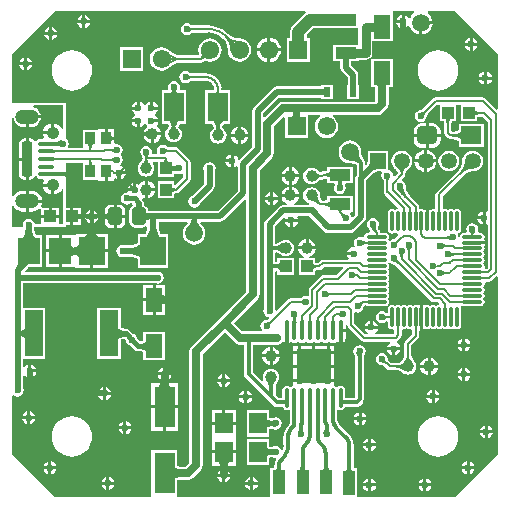
<source format=gtl>
%FSTAX23Y23*%
%MOIN*%
%SFA1B1*%

%IPPOS*%
%AMD18*
4,1,8,-0.017700,0.050200,-0.017700,-0.050200,-0.008900,-0.059100,0.008900,-0.059100,0.017700,-0.050200,0.017700,0.050200,0.008900,0.059100,-0.008900,0.059100,-0.017700,0.050200,0.0*
1,1,0.017720,-0.008900,0.050200*
1,1,0.017720,-0.008900,-0.050200*
1,1,0.017720,0.008900,-0.050200*
1,1,0.017720,0.008900,0.050200*
%
%AMD22*
4,1,8,0.034400,-0.014800,0.034400,0.014800,0.019700,0.029500,-0.019700,0.029500,-0.034400,0.014800,-0.034400,-0.014800,-0.019700,-0.029500,0.019700,-0.029500,0.034400,-0.014800,0.0*
1,1,0.029520,0.019700,-0.014800*
1,1,0.029520,0.019700,0.014800*
1,1,0.029520,-0.019700,0.014800*
1,1,0.029520,-0.019700,-0.014800*
%
%AMD28*
4,1,8,-0.023600,0.017700,-0.023600,-0.017700,-0.011800,-0.029500,0.011800,-0.029500,0.023600,-0.017700,0.023600,0.017700,0.011800,0.029500,-0.011800,0.029500,-0.023600,0.017700,0.0*
1,1,0.023620,-0.011800,0.017700*
1,1,0.023620,-0.011800,-0.017700*
1,1,0.023620,0.011800,-0.017700*
1,1,0.023620,0.011800,0.017700*
%
%ADD10C,0.007870*%
%ADD11C,0.013780*%
%ADD12C,0.019690*%
%ADD13C,0.027560*%
%ADD14C,0.029530*%
%ADD15C,0.011810*%
%ADD16C,0.015750*%
%ADD17O,0.053150X0.015750*%
G04~CAMADD=18~8~0.0~0.0~1181.1~354.3~88.6~0.0~15~0.0~0.0~0.0~0.0~0~0.0~0.0~0.0~0.0~0~0.0~0.0~0.0~90.0~355.0~1181.0*
%ADD18D18*%
%ADD19O,0.013780X0.066930*%
%ADD20R,0.118110X0.118110*%
%ADD21C,0.059060*%
G04~CAMADD=22~8~0.0~0.0~590.6~689.0~147.6~0.0~15~0.0~0.0~0.0~0.0~0~0.0~0.0~0.0~0.0~0~0.0~0.0~0.0~270.0~689.0~590.0*
%ADD22D22*%
%ADD23R,0.068900X0.059060*%
%ADD24R,0.033470X0.041340*%
%ADD25R,0.059060X0.070870*%
%ADD26R,0.039370X0.039370*%
%ADD27C,0.039370*%
G04~CAMADD=28~8~0.0~0.0~590.6~472.4~118.1~0.0~15~0.0~0.0~0.0~0.0~0~0.0~0.0~0.0~0.0~0~0.0~0.0~0.0~90.0~472.0~590.0*
%ADD28D28*%
%ADD29R,0.055120X0.078740*%
%ADD30R,0.086610X0.094490*%
%ADD31R,0.062990X0.157480*%
%ADD32R,0.074800X0.089760*%
%ADD33R,0.070870X0.039370*%
%ADD34R,0.039370X0.039370*%
%ADD35R,0.066930X0.094490*%
%ADD36R,0.070870X0.137800*%
%ADD37R,0.024800X0.032680*%
%ADD38R,0.039370X0.078740*%
%ADD39O,0.066930X0.011810*%
%ADD40O,0.011810X0.066930*%
%ADD41C,0.039370*%
%ADD42O,0.078740X0.049210*%
%ADD43C,0.041340*%
%ADD44R,0.061020X0.061020*%
%ADD45C,0.061020*%
%ADD46C,0.053150*%
%ADD47R,0.053150X0.053150*%
%ADD48C,0.023620*%
%LNstepperpcb-1*%
%LPD*%
G36*
X01275Y00795D02*
D01*
X01282Y00791*
X0129Y00789*
X0129Y00789*
X01292Y00789*
X01294Y00787*
X01294Y00788*
X01294Y00788*
X01414Y00668*
X01418Y00666*
X01422Y00665*
X01437*
X01441Y00661*
X01441Y0066*
X0144Y00656*
X01435Y00655*
X01431Y00652*
X01426Y00655*
X01421Y00656*
X01415Y00655*
X01411Y00652*
X01406Y00655*
X01401Y00656*
X01396Y00655*
X01393Y00653*
X01393Y00653*
X01388Y00657*
X01386Y00657*
Y00614*
Y00571*
X01388Y00572*
X01393Y00575*
X01393Y00575*
X01396Y00574*
X01401Y00573*
X01406Y00574*
X01411Y00577*
X01415Y00574*
X01421Y00573*
X01426Y00574*
X01431Y00577*
X01435Y00574*
X0144Y00573*
X01446Y00574*
X0145Y00577*
X01455Y00574*
X0146Y00573*
X01466Y00574*
X0147Y00577*
X01474Y00574*
X0148Y00573*
X01485Y00574*
X0149Y00577*
X01494Y00574*
X015Y00573*
X01505Y00574*
X01509Y00577*
X01512Y00581*
X01514Y00587*
Y00642*
X01512Y00647*
X01511Y00649*
X01513Y00651*
X01517Y00653*
X01518Y00652*
X01523Y00651*
X01578*
X01584Y00652*
X01588Y00655*
X01591Y0066*
X01592Y00665*
X01591Y00671*
X01588Y00675*
X01591Y0068*
X01592Y00685*
X01591Y0069*
X01588Y00695*
X01591Y00699*
X01592Y00705*
X01591Y0071*
X01588Y00715*
X01591Y00719*
X01592Y00724*
X01592Y00728*
X01595Y00732*
X01608*
X01613Y00733*
X01617Y00736*
X01631Y0075*
X01635Y00748*
Y00159*
X01625Y00149*
X01492Y00015*
X01168*
Y0011*
X01156*
X01155Y00113*
X01155*
Y00186*
X01155*
X01154Y00201*
X01148Y00214*
X01139Y00226*
X01139Y00226*
X01139Y00226*
X01109Y00256*
X01108Y00257*
X01103Y00264*
X01101Y00273*
X01101Y00274*
Y00303*
X01106Y00305*
X01106Y00305*
X01112Y00304*
X01118Y00305*
X01123Y00308*
X01126Y00313*
X01126Y00314*
X01165*
X0117Y00316*
X01175Y00319*
X01185Y00329*
X01188Y00334*
X0119Y0034*
Y00486*
X0119Y00487*
X01193Y00492*
X01195Y005*
X01193Y00507*
X01189Y00514*
X01182Y00518*
X01175Y0052*
X01167Y00518*
X0116Y00514*
X01156Y00507*
X01154Y005*
X01156Y00492*
X01159Y00487*
X01159Y00486*
Y00346*
X01158Y00345*
X01127*
Y00372*
X01126Y00378*
X01123Y00382*
X01118Y00386*
X01112Y00387*
X01106Y00386*
X01101Y00382*
X01097*
X01092Y00386*
X01091Y00386*
Y00397*
X0107*
Y00407*
X01091*
Y00445*
X00953*
Y00407*
X00975*
Y00397*
X00953*
Y00386*
X00953Y00386*
X00948Y00382*
X00943*
X00938Y00386*
X00933Y00387*
X00927Y00386*
X00922Y00382*
X00919Y00378*
X00918Y00372*
Y00345*
X00906*
X00895Y00356*
Y00383*
X00895*
X00895Y00384*
X00896Y00389*
X00899Y00394*
X00899Y00394*
X00899Y00394*
X009Y00395*
X00904Y004*
X00906Y00407*
X00907Y00414*
X00906Y00421*
X00904Y00428*
X00899Y00434*
X00893Y00438*
X00887Y00441*
X0088Y00442*
X00872Y00441*
X00866Y00438*
X0086Y00434*
X00855Y00428*
X00853Y00421*
X00852Y00414*
X00853Y00407*
X00854Y00403*
X0085Y004*
X0082Y00431*
Y00522*
X009*
X00909Y00524*
X00916Y00529*
X00916Y0053*
X00921Y0053*
X00926Y00527*
X00928Y00527*
Y0057*
X00938*
Y00527*
X00939Y00527*
X00945Y00531*
X00948Y00532*
X00953Y00529*
X00958Y00528*
X00964Y00529*
X00969Y00532*
X00973*
X00978Y00529*
X00984Y00528*
X0099Y00529*
X00995Y00532*
X00999*
X01004Y00529*
X0101Y00528*
X01015Y00529*
X0102Y00532*
X01024*
X01029Y00529*
X01035Y00528*
X01041Y00529*
X01046Y00532*
X0105*
X01055Y00529*
X01061Y00528*
X01066Y00529*
X01071Y00532*
X01076*
X01081Y00529*
X01086Y00528*
X01092Y00529*
X01097Y00532*
X01099*
X011Y00531*
X01105Y00527*
X01107Y00527*
Y0057*
X01112*
Y00575*
X01129*
Y00587*
X01134Y00587*
X01135Y00584*
X01137Y0058*
X01181Y00536*
X01185Y00533*
X0119Y00532*
X01276*
X01277Y00528*
X01273Y00525*
X01268Y00518*
X01268Y00514*
X0131*
X01309Y00518*
X01305Y00525*
X013Y00528*
X01299Y00532*
Y00534*
X01303Y00536*
X01311Y00544*
X01314Y00548*
X01315Y00553*
Y0057*
X01319Y00573*
X01322Y00573*
X01328Y00574*
X01332Y00577*
X01337Y00574*
X01342Y00573*
X01346Y00573*
X0135Y0057*
Y00557*
X01328Y00535*
X01325Y00531*
X01324Y00526*
Y00488*
X01324*
X01324Y00487*
X01323Y00481*
X01321Y00475*
X01316Y00469*
X01311Y00465*
X01305Y00462*
X01299Y00462*
X01298Y00462*
X01298*
X01298Y00462*
X01279*
X01271Y0047*
X01272Y0047*
X0127Y00472*
X0127Y00474*
X0127Y00475*
X01268Y00482*
X01264Y00489*
X01257Y00493*
X0125Y00495*
X01242Y00493*
X01235Y00489*
X01231Y00482*
X01229Y00475*
X01231Y00467*
X01235Y0046*
X01242Y00456*
X0125Y00454*
X0125Y00454*
X01252Y00454*
X01254Y00452*
X01254Y00453*
X01254Y00453*
X01266Y00441*
X01268Y00439*
X0127Y00438*
X01275Y00437*
X01298*
X01298Y00437*
X01298*
X01299Y00437*
X01305Y00437*
X01311Y00434*
X01316Y0043*
X01316Y0043*
X01316Y0043*
X01322Y00425*
X01329Y00423*
X01336Y00422*
X01343Y00423*
X0135Y00425*
X01356Y0043*
X0136Y00436*
X01363Y00442*
X01364Y0045*
X01363Y00457*
X0136Y00463*
X01356Y00469*
X01356Y00469*
X01352Y00475*
X01349Y00481*
X01348Y00487*
X01348Y00488*
X01348*
Y00521*
X0137Y00543*
X01373Y00547*
X01374Y00552*
Y00568*
X01376Y0057*
Y00614*
Y00657*
X01375Y00657*
X0137Y00653*
X0137Y00653*
X01367Y00655*
X01362Y00656*
X01356Y00655*
X01352Y00652*
X01347Y00655*
X01342Y00656*
X01337Y00655*
X01332Y00652*
X01328Y00655*
X01322Y00656*
X01317Y00655*
X01312Y00652*
X01308Y00655*
X01303Y00656*
X01297Y00655*
X01293Y00652*
X01288Y00655*
X01283Y00656*
X01278Y00655*
X01273Y00652*
X0127Y00647*
X01269Y00642*
Y0063*
X01265Y00628*
X01264Y00628*
X01264Y00628*
X01257Y00633*
X0125Y00634*
X01242Y00633*
X01235Y00628*
X01231Y00622*
X01229Y00614*
X01231Y00607*
X01235Y006*
X01242Y00596*
X0125Y00594*
X01257Y00596*
X01264Y006*
X01264Y006*
X01265Y00601*
X01269Y00598*
Y00587*
X0127Y00581*
X01273Y00577*
X01278Y00574*
X01283Y00573*
X01287Y00573*
X01291Y0057*
Y00558*
X0129Y00557*
X01227*
X01225Y00561*
X0123Y00564*
X01235Y00572*
X01235Y00575*
X01193*
X01194Y00572*
X01198Y00564*
X01203Y00561*
X01202Y00557*
X01194*
X01158Y00593*
Y00629*
X01162Y00631*
X0117Y00629*
X01177Y00631*
X01184Y00635*
X01188Y00642*
X0119Y0065*
X01193Y00653*
X01197*
X01199Y00652*
X01204Y00651*
X01259*
X01265Y00652*
X01269Y00655*
X01272Y0066*
X01273Y00665*
X01272Y00671*
X01269Y00675*
X01272Y0068*
X01273Y00685*
X01272Y0069*
X01269Y00695*
X01272Y00699*
X01273Y00705*
X01272Y0071*
X01269Y00715*
X01272Y00719*
X01273Y00724*
X01272Y0073*
X01269Y00734*
X01272Y00739*
X01273Y00744*
X01272Y0075*
X01269Y00754*
X01272Y00758*
X01273Y00764*
X01272Y00769*
X01269Y00774*
X01272Y00778*
X01273Y00784*
X01272Y00789*
X01269Y00793*
X0127Y00795*
X01275Y00795*
X01275Y00795*
G37*
G36*
X00759Y00529D02*
X00766Y00524D01*
X00775Y00522*
X00789*
Y00425*
X00791Y00419*
X00794Y00414*
X00869Y00339*
X00889Y00319*
X00894Y00316*
X009Y00314*
X00919*
X00919Y00313*
X00922Y00308*
X00927Y00305*
X00933Y00304*
X00938Y00305*
X00939Y00305*
X00943Y00303*
Y00265*
X00943Y00265*
X00942Y0026*
X0094Y00256*
X0094Y00256*
X00932Y00247*
X00926Y00236*
X00923Y00224*
X00921Y00212*
X00921*
Y00189*
X00922Y00188*
X0092Y00175*
X00918Y00171*
X00913Y00171*
X00913Y00172*
X00909Y00179*
X00902Y00183*
X00895Y00185*
X00887Y00183*
X00885Y00182*
X00885*
X00885Y00182*
X00884Y00182*
X00884*
X00884Y00182*
X00881Y00182*
X00878Y00182*
X00874Y00184*
Y00208*
X00799*
Y00121*
X00874*
Y00145*
X00878Y00147*
X00881Y00147*
X00885Y00147*
X00885Y00147*
X00885Y00147*
X00885Y00147*
X00885*
X00887Y00146*
X00895Y00144*
X00896Y00137*
X00893Y00129*
X00891Y00115*
X00891*
Y00115*
X0089Y00112*
X00878*
Y00017*
X00876Y00015*
X00568*
Y00017*
Y00071*
X00569Y00071*
X00575Y00072*
X00604*
X00613Y00074*
X0062Y00079*
X00645Y00104*
X0065Y00111*
X00652Y0012*
Y00415*
Y0049*
X00725Y00563*
X00759Y00529*
G37*
G36*
X00188Y01241D02*
X00183Y0124D01*
X00182Y01244*
X00177Y01251*
X0017Y01256*
X00163Y01259*
X00157Y01259*
Y01229*
X00152*
Y01224*
X00119*
X00119Y01221*
X00122Y01213*
X00123Y01213*
X0012Y01208*
X00113*
X00107Y01207*
X00101Y01204*
X00099Y012*
X00094*
X0009Y01205*
X00084Y01209*
X00076Y01211*
X00072*
Y01141*
Y01072*
X00076*
X00084Y01073*
X0009Y01077*
X00094Y01083*
X00099*
X00101Y01079*
X00107Y01075*
X00113Y01074*
X0012*
X00123Y0107*
X00122Y01069*
X00119Y01062*
X00119Y01059*
X00152*
Y01054*
X00157*
Y01023*
X00163Y01024*
X0017Y01027*
X00177Y01032*
X00182Y01038*
X00183Y01042*
X00188Y01041*
Y00994*
Y00979*
X00188Y00978*
X00187Y00977*
Y00923*
X00174*
Y00945*
X00114*
Y00923*
X00092*
X00091Y0093*
X00086Y00936*
X0008Y00941*
X00072Y00942*
X00064Y00941*
X00058Y00936*
X00054Y0093*
X00052Y00922*
X00053Y00919*
X0005Y00915*
X00017*
Y00983*
X00022Y00984*
X00022Y00983*
X00028Y00976*
X00035Y0097*
X00044Y00967*
X00053Y00966*
X00062*
Y01*
Y01035*
X00053*
X00044Y01034*
X00035Y01031*
X00028Y01025*
X00022Y01018*
X00022Y01017*
X00017Y01018*
Y01278*
X00022Y01278*
X00023Y01273*
X00026Y01265*
X00032Y01257*
X00039Y01252*
X00048Y01248*
X00057Y01247*
X00062*
Y01282*
X00067*
Y01287*
X00112*
X00112Y01291*
X00108Y01299*
X00103Y01307*
X00096Y01312*
X00088Y01315*
X00089Y0132*
X00188*
Y01241*
G37*
G36*
X0125Y01096D02*
X01249Y01094D01*
X01247Y01086*
X01249Y01078*
X01253Y01072*
X01253Y01072*
X01255Y0107*
X01255Y01067*
X01255*
Y01032*
X01256Y01027*
X01259Y01023*
X0126Y01023*
X0126Y01022*
X01303Y00979*
X01301Y00974*
X01297Y00974*
X01293Y00971*
X01288Y00974*
X01283Y00975*
X01278Y00974*
X01273Y00971*
X0127Y00966*
X01269Y00961*
Y00906*
X0127Y009*
X01273Y00896*
X01278Y00893*
X01283Y00892*
X01288Y00893*
X01293Y00896*
X01297Y00893*
X01303Y00892*
X01303Y00892*
X01305Y00887*
X01304Y00887*
X01304Y00887*
X01294Y00876*
X01292Y00874*
X0129Y00875*
X01282Y00873*
X01276Y00869*
X01273Y0087*
X01271Y00874*
X01272Y00877*
X01273Y00882*
X01272Y00887*
X01269Y00892*
X01265Y00895*
X01259Y00896*
X01244*
Y00897*
X01243Y00902*
X01242Y00903*
X0124Y00906*
X0124Y00906*
X01238Y00909*
X01237Y00913*
X01238Y00916*
X01238Y00917*
X01238Y00917*
X01239Y00917*
X0124Y00925*
X01239Y00932*
X01234Y00939*
X01228Y00943*
X0122Y00945*
X01212Y00943*
X01206Y00939*
X01201Y00932*
X012Y00925*
X01201Y00917*
X01206Y00911*
X01208Y00909*
Y00909*
X01208Y00909*
X01208Y00909*
X01208Y00909*
X01209Y00904*
X01211Y009*
X01207Y00896*
X01204*
X01199Y00895*
X01194Y00892*
X01191Y00887*
X0119Y00882*
X0119Y00882*
X01184Y00881*
X01177Y00882*
X01169Y00881*
X01163Y00876*
X01158Y0087*
X01157Y00862*
X01158Y00855*
X0116Y00852*
X01157Y00848*
X01155Y00849*
X01147Y00847*
X01139Y00842*
X01134Y00835*
X01134Y00831*
X01155*
Y00821*
X01134*
X01134Y00818*
X01139Y00811*
X01138Y00806*
X01052*
X01047Y00805*
X01043Y00802*
X01036Y00796*
X01031Y00796*
X01027Y00798*
Y00811*
X01009*
X01008Y00816*
X01014Y00819*
X01021Y00823*
X01025Y0083*
X01028Y00837*
X01029Y0084*
X0097*
X00971Y00837*
X00974Y0083*
X00978Y00823*
X00985Y00819*
X00991Y00816*
X0099Y00811*
X00972*
Y00756*
X01027*
Y00769*
X01031Y00771*
X01037Y00771*
X01038Y00771*
Y00771*
X01041*
X01046Y00772*
X0105Y00775*
X01057Y00782*
X0112*
X01122Y00777*
X01098Y00754*
X01054*
X01049Y00753*
X01048Y00752*
X01046Y0075*
X01009Y00713*
X01006Y00709*
X01005Y00705*
Y00686*
X01001Y00683*
X00995Y00685*
X00987Y00683*
X0098Y00679*
X0098Y00679*
X00978Y00677*
X00975Y00677*
Y00677*
X00945*
X0094Y00676*
X00936Y00673*
X00899Y00636*
X00894Y00637*
X00893Y00642*
X00893Y00643*
Y00766*
X00896Y00769*
X00901Y00768*
Y00756*
X00956*
Y00811*
X00901*
Y00799*
X00896Y00798*
X00893Y00801*
Y00827*
X00896Y0083*
X00903Y00829*
X00909Y00825*
X00909Y00825*
X00909Y00825*
X00909Y00825*
X00915Y0082*
X00921Y00818*
X00929Y00817*
X00936Y00818*
X00943Y0082*
X00948Y00825*
X00953Y00831*
X00955Y00837*
X00956Y00845*
X00955Y00852*
X00953Y00858*
X00948Y00864*
X00943Y00869*
X00936Y00871*
X00929Y00872*
X00921Y00871*
X00915Y00869*
X00909Y00864*
X00909Y00864*
X00909Y00864*
X00909Y00864*
X00903Y0086*
X00896Y00859*
X00893Y00862*
Y00917*
X00924Y00949*
X00928Y00946*
X00928Y00945*
X00927Y00942*
X0097*
X00969Y00945*
X00968Y00947*
X0097Y00951*
X01006*
X01007Y00951*
X01008Y00951*
X01058Y009*
X01064Y00896*
X01071Y00895*
X01145*
X01152Y00896*
X01158Y009*
X01192Y00934*
X01196Y0094*
X01198Y00947*
Y0107*
X01222Y01094*
X01228Y01098*
X01237Y011*
X01237Y011*
X01239Y011*
X01248*
X0125Y01096*
G37*
G36*
X01635Y0149D02*
Y01488D01*
Y01307*
X01631Y01305*
X01593Y01343*
X01589Y01346*
X01585Y01347*
X01429*
X01424Y01346*
X01421Y01343*
X01384Y01307*
X01384Y01307*
X01382Y01306*
X0138Y01305*
X0138*
X01372Y01303*
X01365Y01299*
X01361Y01293*
X01359Y01285*
X01361Y01277*
X01365Y01271*
X01372Y01266*
X0138Y01265*
X01387Y01266*
X01394Y01271*
X01398Y01277*
X014Y01285*
X014Y01285*
X014Y01288*
X01402Y0129*
X01401Y0129*
X01434Y01322*
X01442*
Y01322*
Y01319*
Y01267*
X01455*
X01456Y01263*
X01457Y01257*
X01457Y01256*
X01457*
Y01235*
X01457*
X01458Y01228*
X01461Y01221*
X01465Y01216*
X01471Y01211*
X01477Y01208*
X01485Y01207*
Y01207*
X01485Y01207*
X01496Y01206*
X01506Y01202*
Y01182*
X01591*
Y01257*
X01506*
Y01237*
X01496Y01233*
X01485Y01232*
X01485Y01232*
X01484Y01232*
X01482Y01233*
X01481Y01235*
X01481*
Y01256*
X01481*
X01481Y01257*
X01482Y01263*
X01484Y01267*
X01497*
Y01319*
Y01322*
X01497Y01322*
X01512*
Y01322*
Y01267*
X01567*
Y0128*
X01571Y01282*
X01577Y01282*
X01578Y01282*
Y01282*
X01585*
X01602Y01265*
Y00968*
X01598Y00965*
X01595Y00966*
Y00945*
Y00923*
X01598Y00924*
X01602Y00921*
Y00779*
X01599Y00776*
X01594Y00776*
X01592Y0078*
X01592Y00784*
X01591Y00789*
X01588Y00793*
X01591Y00798*
X01592Y00803*
X01591Y00809*
X01588Y00813*
X01591Y00818*
X01592Y00823*
X01591Y00828*
X01588Y00833*
X01591Y00837*
X01592Y00843*
X01591Y00848*
X01589Y00851*
X0159Y00851*
X01593Y00856*
X01593Y00857*
X01551*
Y00867*
X01593*
X01593Y00868*
X0159Y00874*
X01589Y00874*
X01591Y00877*
X01592Y00882*
X01591Y00887*
X01588Y00892*
X01584Y00895*
X01578Y00896*
X01573*
X01569Y009*
X01571Y00907*
X01569Y00915*
X01565Y00921*
X01558Y00926*
X01551Y00927*
X01543Y00926*
X01536Y00921*
X01532Y00915*
X01531Y00907*
X01532Y009*
X01529Y00896*
X01523*
X01518Y00895*
X01513Y00892*
X0151Y00887*
X01509Y00882*
X01504*
X01503Y00887*
X01503Y00888*
X01504Y00893*
X01505Y00893*
X01509Y00896*
X01512Y009*
X01514Y00906*
Y00961*
X01512Y00966*
X01509Y00971*
X01505Y00974*
X015Y00975*
X01494Y00974*
X0149Y00971*
X01485Y00974*
X0148Y00975*
X01474Y00974*
X0147Y00971*
X01466Y00974*
X0146Y00975*
X01456Y00974*
X01452Y00977*
Y01018*
X01522Y01087*
X01522Y01087*
X01522Y01088*
X01531Y01094*
X01541Y01098*
X01551Y011*
X01552Y011*
X01561Y01101*
X01569Y01104*
X01577Y0111*
X01582Y01117*
X01586Y01126*
X01587Y01135*
X01586Y01143*
X01582Y01152*
X01577Y01159*
X01569Y01165*
X01561Y01168*
X01552Y01169*
X01543Y01168*
X01535Y01165*
X01527Y01159*
X01522Y01152*
X01518Y01143*
X01517Y01135*
X01517Y01134*
X01516Y01123*
X01512Y01113*
X01505Y01105*
X01505Y01104*
X01505Y01104*
X01432Y01031*
X01429Y01028*
X01428Y01023*
Y00977*
X01425Y00974*
X01421Y00975*
X01415Y00974*
X01413Y00972*
X01413Y00972*
X01407Y00976*
X01406Y00976*
Y00933*
X01396*
Y00976*
X01395Y00976*
X0139Y00972*
X01389Y00972*
X01387Y00974*
X01381Y00975*
X01378Y00974*
X01374Y00977*
Y00982*
X01373Y00986*
X0137Y0099*
X01342Y01018*
X01342Y01019*
X01335Y01027*
X01331Y01038*
X01329Y01049*
X0133Y0105*
X01328Y01057*
X01324Y01064*
X01317Y01068*
X01317Y01068*
X01316Y01073*
X01324Y01082*
X01326Y01084*
X01327Y01086*
X01328Y0109*
X01328*
X01328*
Y0109*
X01328Y0109*
X01328Y01091*
X01329Y01098*
X01334Y01104*
X01334Y01105*
X01336Y01106*
X01336Y01107*
X01338Y01108*
X01338Y01108*
X0134Y0111*
X01346Y01117*
X01349Y01126*
X01351Y01135*
X01349Y01143*
X01346Y01152*
X0134Y01159*
X01333Y01165*
X01325Y01168*
X01316Y01169*
X01307Y01168*
X01298Y01165*
X01291Y01159*
X01286Y01152*
X01282Y01143*
X01281Y01135*
X01282Y01126*
X01286Y01117*
X01291Y0111*
X01294Y01108*
X01294Y01108*
X01295Y01107*
X01295Y01106*
X01297Y01105*
X01298Y01104*
X01302Y01098*
X01303Y01094*
X01292Y01083*
X01287Y01085*
X01287Y01086*
X01286Y01094*
X01281Y011*
X01275Y01105*
X01271Y01105*
Y01169*
X01203*
Y01136*
X01202Y01135*
X01202Y01134*
X01201Y01126*
X01198Y01122*
X01194Y01124*
Y01129*
X01192Y01134*
X01189Y01138*
X0119Y01139*
X01189Y01139*
X01185Y01145*
X01182Y01152*
X01181Y0116*
X01181Y01162*
X01181Y01162*
X01181Y01163*
X01181Y01163*
X01181Y01165*
X0118Y01175*
X01176Y01184*
X0117Y01192*
X01162Y01198*
X01153Y01201*
X01143Y01203*
X01133Y01201*
X01124Y01198*
X01117Y01192*
X01111Y01184*
X01107Y01175*
X01105Y01165*
X01107Y01155*
X01111Y01146*
X01117Y01138*
X01124Y01132*
X01133Y01128*
X01143Y01127*
X01145Y01127*
X01145Y01127*
X01146Y01127*
X01146Y01127*
X01148Y01127*
X01156Y01126*
X01163Y01123*
X01165Y01122*
Y01088*
X01163Y01084*
X01161Y01077*
Y00954*
X01154Y00947*
X01149Y00948*
X01148Y00952*
X01144Y00958*
X01146Y00963*
X01153*
Y01018*
X01066*
Y01005*
X01062Y01003*
X01056Y01002*
X01056Y01003*
X01056*
X01056Y01002*
X01049*
X01046Y01007*
X01044Y01013*
X01043Y0102*
X01043*
X01042Y01027*
X01039Y01033*
X01035Y01039*
X01029Y01044*
X01022Y01046*
X01015Y01047*
X01008Y01046*
X01001Y01044*
X00995Y01039*
X00991Y01033*
X00988Y01027*
X00987Y0102*
X00988Y01012*
X00991Y01006*
X00995Y01*
X01001Y00995*
X01006Y00993*
X01006Y00991*
X01003Y00988*
X00957*
X00956Y00992*
X00959Y00994*
X00965Y00998*
X0097Y01005*
X00973Y01012*
X00973Y01015*
X00915*
X00915Y01012*
X00918Y01005*
X00923Y00998*
X00929Y00994*
X00932Y00992*
X00931Y00988*
X0092*
X00913Y00986*
X00907Y00982*
X00862Y00937*
X00858Y00931*
X00856Y00925*
Y00845*
Y00785*
Y00643*
X00856Y00642*
X00854Y00635*
X00856Y00627*
X0086Y0062*
X00867Y00616*
X00872Y00615*
X00873Y0061*
X00869Y00606*
X00869Y00607*
X00867Y00605*
X00865Y00605*
X00865Y00605*
X00857Y00603*
X0085Y00599*
X00846Y00592*
X00844Y00585*
X00846Y00577*
X0085Y00571*
X00848Y00567*
X00784*
X00756Y00595*
X00835Y00674*
X0084Y00681*
X00842Y0069*
Y01103*
X00883Y01145*
X00888Y01152*
X00889Y0116*
Y01248*
X00921Y0128*
X00926Y01278*
Y01211*
X01003*
Y01287*
X01043*
X01045Y01283*
X01037Y01277*
X01031Y01269*
X01027Y0126*
X01026Y0125*
X01027Y01239*
X01031Y0123*
X01037Y01222*
X01045Y01216*
X01054Y01212*
X01065Y01211*
X01075Y01212*
X01084Y01216*
X01092Y01222*
X01098Y0123*
X01102Y01239*
X01103Y0125*
X01102Y0126*
X01098Y01269*
X01092Y01277*
X01084Y01283*
X01086Y01287*
X01235*
X01243Y01289*
X0125Y01294*
X01265Y01309*
X0127Y01316*
X01272Y01325*
Y0138*
X01285*
Y01474*
X01214*
Y0138*
X01227*
Y01334*
X01225Y01332*
X0092*
X00911Y0133*
X00904Y01325*
X00859Y0128*
X00854Y01282*
Y01293*
X00907Y01346*
X01045*
Y0134*
X01086*
Y01389*
X01045*
Y01383*
X009*
X00893Y01381*
X00887Y01377*
X00823Y01314*
X00819Y01308*
X00818Y01301*
Y01181*
X00775Y01138*
X00774Y01139*
X0077Y01141*
X0077Y01143*
X00765Y0115*
X00758Y01155*
X00755Y01156*
Y01135*
Y01113*
X00758Y01114*
X00765Y01119*
X0077Y01116*
Y01035*
X00702Y00968*
X00472*
Y00968*
X00471Y00968*
X00471*
X00471Y00968*
X00469Y00975*
X00465Y00981*
X00458Y00986*
X00456Y00986*
X00455Y00992*
X00455Y00993*
X00455*
Y00995*
X00454Y01*
X00454Y01001*
X0045Y01006*
X00449Y01008*
X00452Y01012*
X00456Y0101*
X00459Y0101*
Y01039*
Y01068*
X00456Y01068*
X00449Y01065*
X00443Y0106*
X00439Y01056*
X00433Y0106*
X0043Y0106*
Y01039*
X00425*
Y01034*
X00404*
X00404Y01033*
X004Y01029*
X004Y0103*
X00392Y01028*
X00385Y01024*
X00381Y01017*
X00379Y0101*
X00381Y01002*
X00385Y00995*
X00392Y00991*
X004Y00989*
X00407Y00991*
X00411Y00993*
X00418*
X00419Y00986*
X00413Y00981*
X00409Y00975*
X00407Y00967*
Y00932*
X00409Y00924*
X00413Y00918*
X00419Y00913*
X00427Y00912*
X00451*
X00458Y00913*
X00464Y00917*
X00468Y00915*
X00468Y00907*
X00464Y00895*
X00461Y0089*
X00436*
Y0086*
X0043Y00857*
X00418Y00854*
X00408Y00853*
X00407*
X00406Y00853*
Y00853*
X00393*
X00392Y00853*
X00385Y00855*
X00377Y00853*
X0037Y00849*
X00366Y00842*
X00364Y00835*
X00366Y00827*
X0037Y0082*
X00377Y00816*
X00385Y00814*
X00392Y00816*
X00393Y00816*
X00406*
Y00816*
X00407Y00816*
X00408*
X00418Y00815*
X0043Y00812*
X00436Y00809*
Y00779*
X00538*
Y0089*
X00513*
X0051Y00895*
X00506Y00907*
X00505Y00918*
Y00918*
X00505Y00919*
X00505*
Y00931*
X006*
X00603Y00927*
X00598Y00921*
X00597Y0092*
X00591Y00912*
X00587Y00903*
X00586Y00893*
X00587Y00883*
X00591Y00874*
X00597Y00867*
X00605Y00861*
X00614Y00857*
X00624Y00855*
X00633Y00857*
X00642Y00861*
X0065Y00867*
X00656Y00874*
X0066Y00883*
X00661Y00893*
X0066Y00903*
X00656Y00912*
X0065Y0092*
X00649Y00921*
X00644Y00927*
X00647Y00931*
X0071*
X00716Y00933*
X00722Y00937*
X00793Y01007*
X00797Y01005*
Y00699*
X00709Y0061*
X00614Y00515*
X00609Y00508*
X00607Y005*
Y00415*
Y00129*
X00595Y00116*
X00575*
X00569Y00117*
X00568Y00118*
Y00171*
X00481*
Y00017*
X00479Y00015*
X00161*
X00017Y00159*
Y00352*
X00022Y00354*
X00027Y00351*
X00035Y00349*
X00042Y00351*
X00049Y00355*
X00053Y00362*
X00055Y0037*
X00053Y00377*
X00053Y00378*
Y00419*
X00057Y00421*
X00059Y00419*
X00066Y00414*
X0007Y00413*
Y00435*
Y00456*
X00066Y00455*
X00059Y0045*
X00057Y00448*
X00053Y0045*
Y00473*
X00128*
Y00646*
X00053*
Y00728*
X00494*
X00495Y00728*
X00503Y00726*
X00502Y00721*
X00495*
Y00677*
X00527*
Y00721*
X00503*
X00503Y00726*
X0051Y00728*
X00517Y00732*
X00521Y00739*
X00523Y00746*
X00521Y00754*
X00517Y0076*
X0051Y00765*
X00503Y00766*
X00495Y00765*
X00494Y00764*
X00061*
X0006Y00769*
X0007Y00779*
X0007Y00779*
X0007Y0078*
X00072Y00782*
X00117*
Y00887*
X00095*
X00092Y00896*
X0009Y00907*
Y00908*
X0009Y00909*
X0009*
Y00914*
X00091Y00914*
X00091Y00915*
X00196*
Y0092*
X0021*
Y0095*
Y00979*
X00196*
Y00994*
Y01129*
X00253*
Y01128*
Y01071*
X00303*
X00304Y01069*
Y01069*
X00326*
Y011*
X00336*
Y01069*
X00358*
Y01075*
X00362Y01077*
X00365Y01075*
X00369Y01075*
Y01096*
X00374*
Y01101*
X00395*
X00394Y01104*
X00389Y01112*
X00382Y01117*
X00377Y01118*
X00376Y01122*
X0038Y01125*
X00384Y01132*
X00386Y01139*
X00384Y01147*
X0038Y01153*
Y01157*
X00384Y01163*
X00386Y01171*
X00384Y01178*
X0038Y01185*
X00373Y01189*
X00366Y01191*
X00362Y0119*
X00358Y01193*
Y01205*
X00331*
Y0121*
X00326*
Y0124*
X00304*
Y01238*
X00303*
X00253*
Y01181*
X00251Y01179*
X00204*
X00202Y01183*
X00203Y01185*
X00205Y01192*
X00203Y012*
X00199Y01207*
X00196Y01208*
Y01328*
X00017*
Y0149*
X00161Y01633*
X00994*
X00995Y0163*
X00996Y01629*
X0099Y01624*
X00952Y01586*
X00947Y0158*
X00945Y01574*
X00944Y01566*
Y01543*
X00933*
Y01466*
X0101*
Y01543*
X00999*
Y01555*
X01021Y01577*
X0113*
X01131Y01577*
X01171*
Y01522*
X01086*
Y01467*
X01111*
Y01445*
X01113Y01438*
X01117Y01432*
X01135Y01413*
Y01389*
X01133*
Y0134*
X01174*
Y01389*
X01171*
Y01421*
X0117Y01428*
X01166Y01433*
X01148Y01452*
Y01467*
X01173*
Y01471*
X01195*
X01203Y01473*
X01211Y01478*
X01216Y01486*
X01218Y01494*
Y01535*
X01285*
Y01629*
Y0163*
X01288Y01633*
X01355*
X01357Y01629*
X01351Y01624*
X01345Y01616*
X01343Y01611*
X01338Y01611*
X01335Y01615*
X01328Y0162*
X01325Y01621*
Y016*
Y01578*
X01328Y01579*
X01335Y01584*
X01336Y01585*
X01338Y01585*
X01341Y01585*
X01345Y01576*
X01351Y01568*
X01359Y01561*
X01369Y01557*
X01374Y01557*
Y01596*
X01379*
Y01601*
X01419*
X01418Y01606*
X01414Y01616*
X01408Y01624*
X01402Y01629*
X01403Y01633*
X01492*
X01635Y0149*
G37*
%LNstepperpcb-2*%
%LPC*%
G36*
X0032Y00381D02*
X00316Y0038D01*
X00309Y00375*
X00304Y00368*
X00303Y00365*
X0032*
Y00381*
G37*
G36*
X008Y00369D02*
Y00353D01*
X00816*
X00815Y00356*
X00811Y00364*
X00803Y00368*
X008Y00369*
G37*
G36*
X01425Y00371D02*
Y00355D01*
X01441*
X0144Y00358*
X01435Y00365*
X01428Y0037*
X01425Y00371*
G37*
G36*
X01415D02*
X01411Y0037D01*
X01404Y00365*
X01399Y00358*
X01398Y00355*
X01415*
Y00371*
G37*
G36*
X0033Y00381D02*
Y00365D01*
X00346*
X00345Y00368*
X0034Y00375*
X00333Y0038*
X0033Y00381*
G37*
G36*
X01544Y00418D02*
X01528D01*
Y00401*
X01532Y00402*
X01539Y00407*
X01544Y00414*
X01544Y00418*
G37*
G36*
X0052Y0042D02*
X00503D01*
X00504Y00416*
X00509Y00409*
X00516Y00404*
X0052Y00403*
Y0042*
G37*
G36*
X00546D02*
X0053D01*
Y00403*
X00533Y00404*
X0054Y00409*
X00545Y00416*
X00546Y0042*
G37*
G36*
X00717Y00397D02*
X00701D01*
X00702Y00394*
X00707Y00387*
X00714Y00382*
X00717Y00381*
Y00397*
G37*
G36*
X00744D02*
X00727D01*
Y00381*
X00731Y00382*
X00738Y00387*
X00743Y00394*
X00744Y00397*
G37*
G36*
X01518Y00418D02*
X01502D01*
X01503Y00414*
X01507Y00407*
X01515Y00402*
X01518Y00401*
Y00418*
G37*
G36*
X0079Y00369D02*
X00786Y00368D01*
X00779Y00364*
X00774Y00356*
X00774Y00353*
X0079*
Y00369*
G37*
G36*
X00077Y003D02*
Y00284D01*
X00094*
X00093Y00288*
X00088Y00295*
X00081Y003*
X00077Y003*
G37*
G36*
X0052Y00394D02*
X00479D01*
Y0032*
X0052*
Y00394*
G37*
G36*
X0057D02*
X0053D01*
Y0032*
X0057*
Y00394*
G37*
G36*
X01172Y00296D02*
X01168Y00296D01*
X01161Y00291*
X01156Y00284*
X01155Y0028*
X01172*
Y00296*
G37*
G36*
X01182D02*
Y0028D01*
X01198*
X01197Y00284*
X01192Y00291*
X01185Y00296*
X01182Y00296*
G37*
G36*
X00067Y003D02*
X00064Y003D01*
X00057Y00295*
X00052Y00288*
X00051Y00284*
X00067*
Y003*
G37*
G36*
X01441Y00345D02*
X01425D01*
Y00328*
X01428Y00329*
X01435Y00334*
X0144Y00341*
X01441Y00345*
G37*
G36*
X0032Y00355D02*
X00303D01*
X00304Y00351*
X00309Y00344*
X00316Y00339*
X0032Y00338*
Y00355*
G37*
G36*
X00346D02*
X0033D01*
Y00338*
X00333Y00339*
X0034Y00344*
X00345Y00351*
X00346Y00355*
G37*
G36*
X0079Y00343D02*
X00774D01*
X00774Y00339*
X00779Y00332*
X00786Y00327*
X0079Y00327*
Y00343*
G37*
G36*
X00816D02*
X008D01*
Y00327*
X00803Y00327*
X00811Y00332*
X00815Y00339*
X00816Y00343*
G37*
G36*
X01415Y00345D02*
X01398D01*
X01399Y00341*
X01404Y00334*
X01411Y00329*
X01415Y00328*
Y00345*
G37*
G36*
X01284Y00504D02*
X01268D01*
X01268Y00501*
X01273Y00494*
X0128Y00489*
X01284Y00488*
Y00504*
G37*
G36*
X0131D02*
X01294D01*
Y00488*
X01297Y00489*
X01305Y00494*
X01309Y00501*
X0131Y00504*
G37*
G36*
X00875Y00514D02*
X00872Y00514D01*
X00865Y00511*
X00858Y00506*
X00854Y005*
X00851Y00493*
X0085Y0049*
X00875*
Y00514*
G37*
G36*
Y0048D02*
X0085D01*
X00851Y00477*
X00854Y0047*
X00858Y00464*
X00865Y00459*
X00872Y00456*
X00875Y00456*
Y0048*
G37*
G36*
X00909D02*
X00885D01*
Y00456*
X00887Y00456*
X00894Y00459*
X00901Y00464*
X00905Y0047*
X00908Y00477*
X00909Y0048*
G37*
G36*
X0038Y00646D02*
X00301D01*
Y00473*
X0038*
Y0054*
X00386Y00542*
X00389Y00543*
X00396Y00535*
X00397Y00531*
X00401Y00524*
X00408Y0052*
X00412Y00519*
X00426Y00506*
X00431Y00502*
X00432Y00502*
X00437Y00501*
X00443*
X0045Y005*
X00454Y00498*
Y0047*
X00525*
Y00564*
X00454*
Y00536*
X0045Y00534*
X00443Y00533*
X00435Y00542*
X00434Y00546*
X0043Y00553*
X00423Y00557*
X00419Y00558*
X00406Y00571*
X00401Y00574*
X004Y00575*
X00395Y00576*
Y00576*
X00394Y00576*
X00394*
X00386Y00577*
X0038Y00579*
Y00646*
G37*
G36*
X00885Y00514D02*
Y0049D01*
X00909*
X00908Y00493*
X00905Y005*
X00901Y00506*
X00894Y00511*
X00887Y00514*
X00885Y00514*
G37*
G36*
X01091Y00519D02*
X01075D01*
Y00502*
X01091*
Y00519*
G37*
G36*
X01518Y00542D02*
X01515Y00542D01*
X01507Y00537*
X01503Y0053*
X01502Y00526*
X01518*
Y00542*
G37*
G36*
X01528D02*
Y00526D01*
X01544*
X01544Y0053*
X01539Y00537*
X01532Y00542*
X01528Y00542*
G37*
G36*
X01518Y00516D02*
X01502D01*
X01503Y00513*
X01507Y00505*
X01515Y00501*
X01518Y005*
Y00516*
G37*
G36*
X01544D02*
X01528D01*
Y005*
X01532Y00501*
X01539Y00505*
X01544Y00513*
X01544Y00516*
G37*
G36*
X0097Y00519D02*
X00953D01*
Y00502*
X0097*
Y00519*
G37*
G36*
X01065D02*
X01027D01*
Y00497*
Y00455*
X01091*
Y00492*
X0107*
Y00497*
X01065*
Y00519*
G37*
G36*
X01402Y00445D02*
X01378D01*
X01378Y00442*
X01381Y00435*
X01386Y00428*
X01392Y00424*
X01399Y00421*
X01402Y0042*
Y00445*
G37*
G36*
X01436D02*
X01412D01*
Y0042*
X01415Y00421*
X01422Y00424*
X01428Y00428*
X01433Y00435*
X01436Y00442*
X01436Y00445*
G37*
G36*
X01518Y00444D02*
X01515Y00443D01*
X01507Y00438*
X01503Y00431*
X01502Y00428*
X01518*
Y00444*
G37*
G36*
X00717Y00424D02*
X00714Y00423D01*
X00707Y00418*
X00702Y00411*
X00701Y00407*
X00717*
Y00424*
G37*
G36*
X00727D02*
Y00407D01*
X00744*
X00743Y00411*
X00738Y00418*
X00731Y00423*
X00727Y00424*
G37*
G36*
X00096Y0043D02*
X0008D01*
Y00413*
X00083Y00414*
X0009Y00419*
X00095Y00426*
X00096Y0043*
G37*
G36*
X01528Y00444D02*
Y00428D01*
X01544*
X01544Y00431*
X01539Y00438*
X01532Y00443*
X01528Y00444*
G37*
G36*
X01402Y00479D02*
X01399Y00478D01*
X01392Y00475*
X01386Y00471*
X01381Y00464*
X01378Y00457*
X01378Y00455*
X01402*
Y00479*
G37*
G36*
X01412D02*
Y00455D01*
X01436*
X01436Y00457*
X01433Y00464*
X01428Y00471*
X01422Y00475*
X01415Y00478*
X01412Y00479*
G37*
G36*
X01017Y00519D02*
X0098D01*
Y00497*
X00975*
Y00492*
X00953*
Y00455*
X01017*
Y00497*
Y00519*
G37*
G36*
X0052Y00446D02*
X00516Y00445D01*
X00509Y0044*
X00504Y00433*
X00503Y0043*
X0052*
Y00446*
G37*
G36*
X0053D02*
Y0043D01*
X00546*
X00545Y00433*
X0054Y0044*
X00533Y00445*
X0053Y00446*
G37*
G36*
X0008Y00456D02*
Y0044D01*
X00096*
X00095Y00443*
X0009Y0045*
X00083Y00455*
X0008Y00456*
G37*
G36*
X00762Y00305D02*
X00727D01*
Y00265*
X00762*
Y00305*
G37*
G36*
X00809Y00082D02*
X00806Y00081D01*
X00799Y00076*
X00794Y00069*
X00793Y00066*
X00809*
Y00082*
G37*
G36*
X00819D02*
Y00066D01*
X00836*
X00835Y00069*
X0083Y00076*
X00823Y00081*
X00819Y00082*
G37*
G36*
X00138Y00107D02*
X00122D01*
X00123Y00103*
X00127Y00096*
X00135Y00091*
X00138Y0009*
Y00107*
G37*
G36*
X00744Y00082D02*
X00727D01*
Y00065*
X00731Y00066*
X00738Y00071*
X00743Y00078*
X00744Y00082*
G37*
G36*
X00331Y00082D02*
X00328Y00081D01*
X0032Y00076*
X00316Y00069*
X00315Y00066*
X00331*
Y00082*
G37*
G36*
X00341D02*
Y00066D01*
X00357*
X00357Y00069*
X00352Y00076*
X00345Y00081*
X00341Y00082*
G37*
G36*
X00164Y00107D02*
X00148D01*
Y0009*
X00152Y00091*
X00159Y00096*
X00164Y00103*
X00164Y00107*
G37*
G36*
X00727Y00108D02*
Y00092D01*
X00744*
X00743Y00095*
X00738Y00102*
X00731Y00107*
X00727Y00108*
G37*
G36*
X00138Y00133D02*
X00135Y00132D01*
X00127Y00127*
X00123Y0012*
X00122Y00117*
X00138*
Y00133*
G37*
G36*
X00148D02*
Y00117D01*
X00164*
X00164Y0012*
X00159Y00127*
X00152Y00132*
X00148Y00133*
G37*
G36*
X01532Y00107D02*
X01516D01*
X01516Y00103*
X01521Y00096*
X01528Y00091*
X01532Y0009*
Y00107*
G37*
G36*
X01558D02*
X01542D01*
Y0009*
X01545Y00091*
X01553Y00096*
X01557Y00103*
X01558Y00107*
G37*
G36*
X00717Y00108D02*
X00714Y00107D01*
X00707Y00102*
X00702Y00095*
X00701Y00092*
X00717*
Y00108*
G37*
G36*
X01414Y0005D02*
X01398D01*
Y00033*
X01402Y00034*
X01409Y00039*
X01414Y00046*
X01414Y0005*
G37*
G36*
X00331Y00056D02*
X00315D01*
X00316Y00052*
X0032Y00045*
X00328Y0004*
X00331Y00039*
Y00056*
G37*
G36*
X00357D02*
X00341D01*
Y00039*
X00345Y0004*
X00352Y00045*
X00357Y00052*
X00357Y00056*
G37*
G36*
X01203Y0005D02*
X01187D01*
X01188Y00046*
X01192Y00039*
X012Y00034*
X01203Y00033*
Y0005*
G37*
G36*
X01229D02*
X01213D01*
Y00033*
X01217Y00034*
X01224Y00039*
X01229Y00046*
X01229Y0005*
G37*
G36*
X01388D02*
X01372D01*
X01373Y00046*
X01377Y00039*
X01385Y00034*
X01388Y00033*
Y0005*
G37*
G36*
X00809Y00056D02*
X00793D01*
X00794Y00052*
X00799Y00045*
X00806Y0004*
X00809Y00039*
Y00056*
G37*
G36*
X01388Y00076D02*
X01385Y00075D01*
X01377Y0007*
X01373Y00063*
X01372Y0006*
X01388*
Y00076*
G37*
G36*
X01398D02*
Y0006D01*
X01414*
X01414Y00063*
X01409Y0007*
X01402Y00075*
X01398Y00076*
G37*
G36*
X00717Y00082D02*
X00701D01*
X00702Y00078*
X00707Y00071*
X00714Y00066*
X00717Y00065*
Y00082*
G37*
G36*
X00836Y00056D02*
X00819D01*
Y00039*
X00823Y0004*
X0083Y00045*
X00835Y00052*
X00836Y00056*
G37*
G36*
X01203Y00076D02*
X012Y00075D01*
X01192Y0007*
X01188Y00063*
X01187Y0006*
X01203*
Y00076*
G37*
G36*
X01213D02*
Y0006D01*
X01229*
X01229Y00063*
X01224Y0007*
X01217Y00075*
X01213Y00076*
G37*
G36*
X01532Y00133D02*
X01528Y00132D01*
X01521Y00127*
X01516Y0012*
X01516Y00117*
X01532*
Y00133*
G37*
G36*
X01593Y00253D02*
X01589Y00252D01*
X01582Y00248*
X01577Y0024*
X01577Y00237*
X01593*
Y00253*
G37*
G36*
X01603D02*
Y00237D01*
X01619*
X01618Y0024*
X01614Y00248*
X01606Y00252*
X01603Y00253*
G37*
G36*
X00874Y00303D02*
X00799D01*
Y00216*
X00874*
Y0024*
X00878Y00242*
X00881Y00242*
X00885Y00242*
X00885Y00242*
X00885Y00242*
X00885Y00242*
X00885*
X00887Y00241*
X00895Y00239*
X00902Y00241*
X00909Y00245*
X00913Y00252*
X00915Y0026*
X00913Y00267*
X00909Y00274*
X00902Y00278*
X00895Y0028*
X00887Y00278*
X00885Y00277*
X00885*
X00885Y00277*
X00885Y00277*
X00884Y00277*
X00883*
X00881Y00277*
X00878Y00277*
X00874Y00279*
Y00303*
G37*
G36*
X00414Y00241D02*
X00398D01*
Y00224*
X00402Y00225*
X00409Y0023*
X00414Y00237*
X00414Y00241*
G37*
G36*
X0052Y0031D02*
X00479D01*
Y00236*
X0052*
Y0031*
G37*
G36*
X0057D02*
X0053D01*
Y00236*
X0057*
Y0031*
G37*
G36*
X00388Y00267D02*
X00385Y00266D01*
X00377Y00261*
X00373Y00254*
X00372Y00251*
X00388*
Y00267*
G37*
G36*
X00067Y00274D02*
X00051D01*
X00052Y00271*
X00057Y00263*
X00064Y00258*
X00067Y00258*
Y00274*
G37*
G36*
X00094D02*
X00077D01*
Y00258*
X00081Y00258*
X00088Y00263*
X00093Y00271*
X00094Y00274*
G37*
G36*
X00717Y00305D02*
X00683D01*
Y00265*
X00717*
Y00305*
G37*
G36*
X00398Y00267D02*
Y00251D01*
X00414*
X00414Y00254*
X00409Y00261*
X00402Y00266*
X00398Y00267*
G37*
G36*
X01172Y0027D02*
X01155D01*
X01156Y00267*
X01161Y00259*
X01168Y00255*
X01172Y00254*
Y0027*
G37*
G36*
X01198D02*
X01182D01*
Y00254*
X01185Y00255*
X01192Y00259*
X01197Y00267*
X01198Y0027*
G37*
G36*
X00216Y00283D02*
X00203Y00282D01*
X0019Y00278*
X00179Y00272*
X00168Y00264*
X0016Y00253*
X00154Y00242*
X0015Y00229*
X00149Y00216*
X0015Y00203*
X00154Y0019*
X0016Y00179*
X00168Y00168*
X00179Y0016*
X0019Y00154*
X00203Y0015*
X00216Y00149*
X00229Y0015*
X00242Y00154*
X00253Y0016*
X00264Y00168*
X00272Y00179*
X00278Y0019*
X00282Y00203*
X00283Y00216*
X00282Y00229*
X00278Y00242*
X00272Y00253*
X00264Y00264*
X00253Y00272*
X00242Y00278*
X00229Y00282*
X00216Y00283*
G37*
G36*
X01437D02*
X01423Y00282D01*
X01411Y00278*
X01399Y00272*
X01389Y00264*
X01381Y00253*
X01374Y00242*
X01371Y00229*
X01369Y00216*
X01371Y00203*
X01374Y0019*
X01381Y00179*
X01389Y00168*
X01399Y0016*
X01411Y00154*
X01423Y0015*
X01437Y00149*
X0145Y0015*
X01462Y00154*
X01474Y0016*
X01484Y00168*
X01492Y00179*
X01499Y0019*
X01502Y00203*
X01504Y00216*
X01502Y00229*
X01499Y00242*
X01492Y00253*
X01484Y00264*
X01474Y00272*
X01462Y00278*
X0145Y00282*
X01437Y00283*
G37*
G36*
X01203Y00183D02*
X01187D01*
X01188Y0018*
X01192Y00173*
X012Y00168*
X01203Y00167*
Y00183*
G37*
G36*
X01542Y00133D02*
Y00117D01*
X01558*
X01557Y0012*
X01553Y00127*
X01545Y00132*
X01542Y00133*
G37*
G36*
X00717Y0016D02*
X00683D01*
Y00119*
X00717*
Y0016*
G37*
G36*
X00762D02*
X00727D01*
Y00119*
X00762*
Y0016*
G37*
G36*
X01229Y00183D02*
X01213D01*
Y00167*
X01217Y00168*
X01224Y00173*
X01229Y0018*
X01229Y00183*
G37*
G36*
X01619Y00227D02*
X01603D01*
Y00211*
X01606Y00211*
X01614Y00216*
X01618Y00223*
X01619Y00227*
G37*
G36*
X00762Y00255D02*
X00683D01*
Y00214*
Y0021*
Y0017*
X00762*
Y0021*
Y00214*
Y00255*
G37*
G36*
X00388Y00241D02*
X00372D01*
X00373Y00237*
X00377Y0023*
X00385Y00225*
X00388Y00224*
Y00241*
G37*
G36*
X01203Y0021D02*
X012Y00209D01*
X01192Y00204*
X01188Y00197*
X01187Y00193*
X01203*
Y0021*
G37*
G36*
X01213D02*
Y00193D01*
X01229*
X01229Y00197*
X01224Y00204*
X01217Y00209*
X01213Y0021*
G37*
G36*
X01593Y00227D02*
X01577D01*
X01577Y00223*
X01582Y00216*
X01589Y00211*
X01593Y00211*
Y00227*
G37*
G36*
X01129Y00565D02*
X01117D01*
Y00527*
X01118Y00527*
X01124Y00531*
X01128Y00536*
X01129Y00543*
Y00565*
G37*
G36*
X00433Y01263D02*
X00417D01*
X00417Y01259*
X00422Y01252*
X00429Y01247*
X00433Y01247*
Y01263*
G37*
G36*
X00112Y01277D02*
X00072D01*
Y01247*
X00078*
X00087Y01248*
X00096Y01252*
X00103Y01257*
X00108Y01265*
X00112Y01273*
X00112Y01277*
G37*
G36*
X00433Y01332D02*
X00429Y01332D01*
X00422Y01327*
X00417Y0132*
X00417Y01316*
X00433*
Y01332*
G37*
G36*
X01396Y0126D02*
X01381D01*
X01371Y01258*
X01363Y01252*
X01358Y01244*
X01356Y01234*
Y01225*
X01396*
Y0126*
G37*
G36*
X0142D02*
X01406D01*
Y01225*
X01446*
Y01234*
X01444Y01244*
X01438Y01252*
X0143Y01258*
X0142Y0126*
G37*
G36*
X00147Y01259D02*
X00141Y01259D01*
X00134Y01256*
X00127Y01251*
X00122Y01244*
X00119Y01237*
X00119Y01234*
X00147*
Y01259*
G37*
G36*
X00486Y01332D02*
Y01316D01*
X00502*
X00502Y0132*
X00497Y01327*
X0049Y01332*
X00486Y01332*
G37*
G36*
X01589Y01406D02*
X01573D01*
X01573Y01402*
X01578Y01395*
X01585Y0139*
X01589Y0139*
Y01406*
G37*
G36*
X01615D02*
X01599D01*
Y0139*
X01603Y0139*
X0161Y01395*
X01615Y01402*
X01615Y01406*
G37*
G36*
X01589Y01432D02*
X01585Y01431D01*
X01578Y01427*
X01573Y01419*
X01573Y01416*
X01589*
Y01432*
G37*
G36*
X00476Y01332D02*
X00473Y01332D01*
X00465Y01327*
X00462Y01322*
X00457*
X00454Y01327*
X00446Y01332*
X00443Y01332*
Y01311*
X00438*
Y01306*
X00417*
X00417Y01303*
X00422Y01295*
X00427Y01292*
Y01287*
X00422Y01284*
X00417Y01276*
X00417Y01273*
X00438*
Y01268*
X00443*
Y01247*
X00446Y01247*
X00454Y01252*
X00457Y01257*
X00462*
X00465Y01252*
X00466Y01248*
X00463Y01246*
X00458Y01239*
X00455Y01232*
X00455Y0123*
X00513*
X00513Y01232*
X0051Y01239*
X00505Y01246*
X00499Y0125*
X00497Y01252*
X00502Y01259*
X00502Y01263*
X00481*
Y01273*
X00502*
X00502Y01276*
X00497Y01284*
X00492Y01287*
Y01292*
X00497Y01295*
X00502Y01303*
X00502Y01306*
X00481*
Y01311*
X00476*
Y01332*
G37*
G36*
X00216Y01504D02*
X00203Y01502D01*
X0019Y01499*
X00179Y01492*
X00168Y01484*
X0016Y01474*
X00154Y01462*
X0015Y0145*
X00149Y01437*
X0015Y01423*
X00154Y01411*
X0016Y01399*
X00168Y01389*
X00179Y01381*
X0019Y01374*
X00203Y01371*
X00216Y01369*
X00229Y01371*
X00242Y01374*
X00253Y01381*
X00264Y01389*
X00272Y01399*
X00278Y01411*
X00282Y01423*
X00283Y01437*
X00282Y0145*
X00278Y01462*
X00272Y01474*
X00264Y01484*
X00253Y01492*
X00242Y01499*
X00229Y01502*
X00216Y01504*
G37*
G36*
X01437D02*
X01423Y01502D01*
X01411Y01499*
X01399Y01492*
X01389Y01484*
X01381Y01474*
X01374Y01462*
X01371Y0145*
X01369Y01437*
X01371Y01423*
X01374Y01411*
X01381Y01399*
X01389Y01389*
X01399Y01381*
X01411Y01374*
X01423Y01371*
X01437Y01369*
X0145Y01371*
X01462Y01374*
X01474Y01381*
X01484Y01389*
X01492Y01399*
X01499Y01411*
X01502Y01423*
X01504Y01437*
X01502Y0145*
X01499Y01462*
X01492Y01474*
X01484Y01484*
X01474Y01492*
X01462Y01499*
X0145Y01502*
X01437Y01504*
G37*
G36*
X01446Y01215D02*
X01406D01*
Y01179*
X0142*
X0143Y01181*
X01438Y01187*
X01444Y01195*
X01446Y01205*
Y01215*
G37*
G36*
X0077D02*
X00746D01*
X00746Y01212*
X00749Y01205*
X00754Y01198*
X0076Y01194*
X00767Y01191*
X0077Y0119*
Y01215*
G37*
G36*
X00804D02*
X0078D01*
Y0119*
X00783Y01191*
X0079Y01194*
X00796Y01198*
X00801Y01205*
X00804Y01212*
X00804Y01215*
G37*
G36*
X00062Y01211D02*
X00059D01*
X00051Y01209*
X00045Y01205*
X00041Y01199*
X00039Y01191*
Y01146*
X00062*
Y01211*
G37*
G36*
X00519Y01189D02*
X00512Y01187D01*
X00505Y01183*
X00501Y01176*
X00499Y01169*
X00501Y01161*
X00501Y01161*
X00498Y01157*
X00486*
X00483Y0116*
X00484Y01165*
X00482Y01172*
X00478Y01179*
X00471Y01183*
X00464Y01185*
X00456Y01183*
X00449Y01179*
X00445Y01172*
X00444Y01165*
X00445Y01157*
X00449Y0115*
X0045Y0115*
X00451Y01148*
X00451Y01145*
X00452Y01145*
X00452Y01144*
X0045Y01138*
X00446Y01132*
X00445Y01131*
X00445Y01131*
X00445Y0113*
X00445Y0113*
X00444Y0113*
X0044Y01124*
X00437Y01117*
X00436Y0111*
X00437Y01103*
X0044Y01096*
X00444Y0109*
X0045Y01086*
X00456Y01083*
X00464Y01082*
X00471Y01083*
X00478Y01086*
X00483Y0109*
X00488Y01096*
X00491Y01103*
X00491Y0111*
X00491Y01117*
X00488Y01124*
X00485Y01128*
X00487Y01132*
X00502*
Y01082*
X00557*
Y01091*
X00561Y01094*
X00563Y01093*
X00564Y01092*
X00565Y01093*
X00566Y01091*
X00574Y0109*
X00582Y01091*
X00583Y01093*
X00588Y0109*
Y0108*
X00562Y01054*
X00557Y01056*
Y01067*
X00502*
Y01012*
X00557*
Y01026*
X00557Y01026*
X00563Y01027*
X00564Y01027*
X00564*
Y01027*
X00569Y01028*
X00573Y01031*
X00608Y01066*
X0061Y01069*
X00611Y0107*
X00612Y01075*
Y01131*
X00611Y01136*
X00608Y0114*
X00571Y01177*
X00567Y0118*
X00562Y01181*
X00538*
Y01181*
X00536Y01181*
X00533Y01183*
X00533Y01183*
X00527Y01187*
X00519Y01189*
G37*
G36*
X01396Y01215D02*
X01356D01*
Y01205*
X01358Y01195*
X01363Y01187*
X01371Y01181*
X01381Y01179*
X01396*
Y01215*
G37*
G36*
X00595Y01435D02*
X00587Y01433D01*
X0058Y01429*
X00576Y01422*
X00574Y01415*
X00576Y01407*
X0058Y014*
X00587Y01396*
X00595Y01394*
X00602Y01396*
X00609Y014*
X00609Y014*
X00611Y01402*
X00614Y01402*
Y01402*
Y01402*
X0066*
X0066Y01402*
X00669Y01401*
X00677Y01398*
X00684Y01393*
X00684Y01393*
X00684Y01392*
X00689Y01386*
X0069Y01378*
X0069Y01377*
Y0137*
X00661*
Y01259*
X00682*
X00687Y0125*
X00689Y01245*
X00689Y01245*
X00684Y01239*
X00684Y01239*
X0068Y01233*
X00677Y01227*
X00676Y0122*
X00677Y01212*
X0068Y01206*
X00684Y012*
X0069Y01195*
X00697Y01193*
X00704Y01192*
X00711Y01193*
X00718Y01195*
X00724Y012*
X00728Y01206*
X00731Y01212*
X00732Y0122*
X00731Y01227*
X00728Y01233*
X00724Y01239*
X00724Y01239*
X0072Y01245*
X00718Y01248*
X00723Y01259*
X00744*
Y0137*
X00714*
Y01377*
X00715*
X00713Y01389*
X00708Y014*
X00701Y0141*
X00701Y0141*
X00689Y01419*
X00675Y01425*
X0066Y01427*
Y01427*
X00614*
Y01427*
X00611Y01427*
X00609Y01429*
X00609Y01429*
X00602Y01433*
X00595Y01435*
G37*
G36*
X00358Y0124D02*
X00336D01*
Y01215*
X00358*
Y0124*
G37*
G36*
X0077Y01249D02*
X00767Y01248D01*
X0076Y01245*
X00754Y01241*
X00749Y01234*
X00746Y01227*
X00746Y01225*
X0077*
Y01249*
G37*
G36*
X0078D02*
Y01225D01*
X00804*
X00804Y01227*
X00801Y01234*
X00796Y01241*
X0079Y01245*
X00783Y01248*
X0078Y01249*
G37*
G36*
X00479Y0122D02*
X00455D01*
X00455Y01217*
X00458Y0121*
X00463Y01203*
X00469Y01199*
X00476Y01196*
X00479Y01195*
Y0122*
G37*
G36*
X00513D02*
X00489D01*
Y01195*
X00492Y01196*
X00499Y01199*
X00505Y01203*
X0051Y0121*
X00513Y01217*
X00513Y0122*
G37*
G36*
X00557Y01401D02*
X00549Y014D01*
X00542Y01396*
X00538Y01389*
X00537Y01381*
X00538Y01374*
X00532Y0137*
X00515*
Y01259*
X00536*
X0054Y01251*
X00539Y0125*
X00535Y01244*
X00535Y01244*
X00531Y01238*
X00528Y01232*
X00527Y01225*
X00528Y01217*
X00531Y01211*
X00535Y01205*
X00541Y012*
X00547Y01198*
X00555Y01197*
X00562Y01198*
X00569Y012*
X00574Y01205*
X00579Y01211*
X00582Y01217*
X00582Y01225*
X00582Y01232*
X00579Y01238*
X00574Y01244*
X00574Y01244*
X00571Y01248*
X00572Y0125*
X00577Y01259*
X00598*
Y0137*
X00581*
X00575Y01374*
X00577Y01381*
X00575Y01389*
X00571Y01396*
X00564Y014*
X00557Y01401*
G37*
G36*
X01599Y01432D02*
Y01416D01*
X01615*
X01615Y01419*
X0161Y01427*
X01603Y01431*
X01599Y01432*
G37*
G36*
X00166Y01556D02*
X0015D01*
Y01539*
X00154Y0154*
X00161Y01545*
X00166Y01552*
X00166Y01556*
G37*
G36*
X01419Y01591D02*
X01384D01*
Y01557*
X0139Y01557*
X01399Y01561*
X01408Y01568*
X01414Y01576*
X01418Y01586*
X01419Y01591*
G37*
G36*
X0014Y01582D02*
X00137Y01581D01*
X00129Y01576*
X00125Y01569*
X00124Y01566*
X0014*
Y01582*
G37*
G36*
X01542Y01544D02*
X01538Y01544D01*
X01531Y01539*
X01526Y01532*
X01526Y01528*
X01542*
Y01544*
G37*
G36*
X01552D02*
Y01528D01*
X01568*
X01567Y01532*
X01562Y01539*
X01555Y01544*
X01552Y01544*
G37*
G36*
X0014Y01556D02*
X00124D01*
X00125Y01552*
X00129Y01545*
X00137Y0154*
X0014Y01539*
Y01556*
G37*
G36*
X0015Y01582D02*
Y01566D01*
X00166*
X00166Y01569*
X00161Y01576*
X00154Y01581*
X0015Y01582*
G37*
G36*
X01315Y01621D02*
X01311Y0162D01*
X01304Y01615*
X01299Y01608*
X01298Y01605*
X01315*
Y01621*
G37*
G36*
X0025Y01621D02*
X00247Y0162D01*
X0024Y01616*
X00235Y01608*
X00234Y01605*
X0025*
Y01621*
G37*
G36*
X0026D02*
Y01605D01*
X00277*
X00276Y01608*
X00271Y01616*
X00264Y0162*
X0026Y01621*
G37*
G36*
X01315Y01595D02*
X01298D01*
X01299Y01591*
X01304Y01584*
X01311Y01579*
X01315Y01578*
Y01595*
G37*
G36*
X0025Y01595D02*
X00234D01*
X00235Y01591*
X0024Y01584*
X00247Y01579*
X0025Y01579*
Y01595*
G37*
G36*
X00277D02*
X0026D01*
Y01579*
X00264Y01579*
X00271Y01584*
X00276Y01591*
X00277Y01595*
G37*
G36*
X00057Y01479D02*
X00054Y01479D01*
X00047Y01474*
X00042Y01467*
X00041Y01463*
X00057*
Y01479*
G37*
G36*
X00067D02*
Y01463D01*
X00084*
X00083Y01467*
X00078Y01474*
X00071Y01479*
X00067Y01479*
G37*
G36*
X00868Y015D02*
X00833D01*
X00833Y01494*
X00838Y01484*
X00844Y01476*
X00852Y01469*
X00862Y01465*
X00868Y01464*
Y015*
G37*
G36*
X00453Y01513D02*
X00376D01*
Y01436*
X00453*
Y01513*
G37*
G36*
X00057Y01453D02*
X00041D01*
X00042Y0145*
X00047Y01442*
X00054Y01438*
X00057Y01437*
Y01453*
G37*
G36*
X00084D02*
X00067D01*
Y01437*
X00071Y01438*
X00078Y01442*
X00083Y0145*
X00084Y01453*
G37*
G36*
X00913Y015D02*
X00878D01*
Y01464*
X00884Y01465*
X00893Y01469*
X00902Y01476*
X00908Y01484*
X00912Y01494*
X00913Y015*
G37*
G36*
X01568Y01518D02*
X01552D01*
Y01502*
X01555Y01503*
X01562Y01507*
X01567Y01515*
X01568Y01518*
G37*
G36*
X00868Y01545D02*
X00862Y01544D01*
X00852Y0154*
X00844Y01533*
X00838Y01525*
X00833Y01515*
X00833Y0151*
X00868*
Y01545*
G37*
G36*
X00878D02*
Y0151D01*
X00913*
X00912Y01515*
X00908Y01525*
X00902Y01533*
X00893Y0154*
X00884Y01544*
X00878Y01545*
G37*
G36*
X006Y01595D02*
X00592Y01593D01*
X00585Y01589*
X00581Y01582*
X00579Y01575*
X00581Y01567*
X00585Y0156*
X00592Y01556*
X006Y01554*
X00607Y01556*
X00614Y0156*
X00614Y0156*
X00616Y01562*
X00619Y01562*
Y01562*
Y01562*
X0067*
X0067Y01563*
X00684Y01561*
X00697Y01557*
X0071Y0155*
X0072Y01542*
X00721Y01541*
X00721Y01541*
X00722Y0154*
X00729Y01531*
X00734Y01518*
X00736Y01506*
X00736Y01505*
X00737Y01494*
X00741Y01485*
X00747Y01477*
X00755Y01471*
X00764Y01467*
X00775Y01466*
X00785Y01467*
X00794Y01471*
X00802Y01477*
X00808Y01485*
X00812Y01494*
X00813Y01505*
X00812Y01515*
X00808Y01524*
X00802Y01532*
X00794Y01538*
X00785Y01542*
X00775Y01543*
X00773Y01543*
X00761Y01545*
X00748Y0155*
X00739Y01557*
X00738Y01558*
X00738Y01559*
X00723Y01571*
X00707Y01579*
X00688Y01585*
X0067Y01587*
Y01587*
X00619*
Y01587*
X00616Y01587*
X00614Y01589*
X00614Y01589*
X00607Y01593*
X006Y01595*
G37*
G36*
X00676Y01543D02*
X00666Y01542D01*
X00657Y01538*
X00649Y01532*
X00643Y01524*
X00639Y01515*
X00637Y01505*
X00639Y01494*
X0064Y01492*
X00639Y01492*
X0064Y0149*
X00637Y01487*
X00579*
Y01487*
X00577Y01487*
X00565Y01488*
X00553Y01493*
X00543Y01501*
X00542Y01502*
X00534Y01508*
X00525Y01512*
X00515Y01513*
X00504Y01512*
X00495Y01508*
X00487Y01502*
X00481Y01494*
X00477Y01485*
X00476Y01475*
X00477Y01464*
X00481Y01455*
X00487Y01447*
X00495Y01441*
X00504Y01437*
X00515Y01436*
X00525Y01437*
X00534Y01441*
X00542Y01447*
X00543Y01448*
X00553Y01456*
X00565Y01461*
X00577Y01462*
X00579Y01462*
Y01462*
X00646*
X00651Y01463*
X00655Y01466*
X00655Y01466*
X00655Y01466*
X00657Y01468*
X00661Y01468*
X00663Y01468*
X00664Y01468*
X00666Y01467*
X00676Y01466*
X00686Y01467*
X00695Y01471*
X00703Y01477*
X0071Y01485*
X00713Y01494*
X00715Y01505*
X00713Y01515*
X0071Y01524*
X00703Y01532*
X00695Y01538*
X00686Y01542*
X00676Y01543*
G37*
G36*
X01542Y01518D02*
X01526D01*
X01526Y01515*
X01531Y01507*
X01538Y01503*
X01542Y01502*
Y01518*
G37*
G36*
X014Y01171D02*
Y0114D01*
X01431*
X0143Y01144*
X01426Y01153*
X01421Y01161*
X01413Y01166*
X01404Y0117*
X014Y01171*
G37*
G36*
X00245Y00945D02*
X0022D01*
Y0092*
X00245*
Y00945*
G37*
G36*
X01585Y0094D02*
X01568D01*
X01569Y00936*
X01574Y00929*
X01581Y00924*
X01585Y00923*
Y0094*
G37*
G36*
X00277Y00945D02*
X00261D01*
X00262Y00941*
X00266Y00934*
X00274Y00929*
X00277Y00928*
Y00945*
G37*
G36*
X00394D02*
X00365D01*
Y0091*
X00372*
X0038Y00911*
X00388Y00916*
X00392Y00923*
X00394Y00932*
Y00945*
G37*
G36*
X00943Y00932D02*
X00927D01*
X00928Y00928*
X00933Y00921*
X0094Y00916*
X00943Y00915*
Y00932*
G37*
G36*
X0097D02*
X00953D01*
Y00915*
X00957Y00916*
X00964Y00921*
X00969Y00928*
X0097Y00932*
G37*
G36*
X00303Y00945D02*
X00287D01*
Y00928*
X00291Y00929*
X00298Y00934*
X00303Y00941*
X00303Y00945*
G37*
G36*
X00245Y00979D02*
X0022D01*
Y00955*
X00245*
Y00979*
G37*
G36*
X00277Y00971D02*
X00274Y0097D01*
X00266Y00965*
X00262Y00958*
X00261Y00955*
X00277*
Y00971*
G37*
G36*
X00287D02*
Y00955D01*
X00303*
X00303Y00958*
X00298Y00965*
X00291Y0097*
X00287Y00971*
G37*
G36*
X01585Y00966D02*
X01581Y00965D01*
X01574Y0096*
X01569Y00953*
X01568Y0095*
X01585*
Y00966*
G37*
G36*
X00116Y00995D02*
X00072D01*
Y00966*
X00082*
X00091Y00967*
X001Y0097*
X00107Y00976*
X0011Y00979*
X00114Y00978*
Y00955*
X00139*
Y00979*
X00115*
X00113Y00983*
X00116Y00991*
X00116Y00995*
G37*
G36*
X00174Y00979D02*
X00149D01*
Y00955*
X00174*
Y00979*
G37*
G36*
X00527Y00667D02*
X00495D01*
Y00622*
X00527*
Y00667*
G37*
G36*
X00485Y00721D02*
X00452D01*
Y00677*
X00485*
Y00721*
G37*
G36*
X00277Y00892D02*
X00229D01*
Y00889*
X00224*
X00182*
Y00835*
Y0078*
X00224*
X00226*
X00229Y00777*
X00277*
Y00835*
Y00892*
G37*
G36*
X01209Y00601D02*
X01206Y00601D01*
X01198Y00596*
X01194Y00589*
X01193Y00585*
X01209*
Y00601*
G37*
G36*
X01219D02*
Y00585D01*
X01235*
X01235Y00589*
X0123Y00596*
X01223Y00601*
X01219Y00601*
G37*
G36*
X00485Y00667D02*
X00452D01*
Y00622*
X00485*
Y00667*
G37*
G36*
X00335Y0083D02*
X00287D01*
Y00777*
X00335*
Y0083*
G37*
G36*
X00995Y00874D02*
X00992Y00873D01*
X00985Y0087*
X00978Y00866*
X00974Y00859*
X00971Y00852*
X0097Y0085*
X00995*
Y00874*
G37*
G36*
X01005D02*
Y0085D01*
X01029*
X01028Y00852*
X01025Y00859*
X01021Y00866*
X01014Y0087*
X01007Y00873*
X01005Y00874*
G37*
G36*
X00355Y00945D02*
X00326D01*
Y00932*
X00328Y00923*
X00333Y00916*
X0034Y00911*
X00348Y0091*
X00355*
Y00945*
G37*
G36*
X00172Y0083D02*
X00129D01*
Y0078*
X00172*
Y0083*
G37*
G36*
Y00889D02*
X00129D01*
Y0084*
X00172*
Y00889*
G37*
G36*
X00335Y00892D02*
X00287D01*
Y0084*
X00335*
Y00892*
G37*
G36*
X00355Y00989D02*
X00348D01*
X0034Y00988*
X00333Y00983*
X00328Y00976*
X00326Y00967*
Y00955*
X00355*
Y00989*
G37*
G36*
X00395Y01091D02*
X00379D01*
Y01075*
X00382Y01075*
X00389Y0108*
X00394Y01087*
X00395Y01091*
G37*
G36*
X00939Y01114D02*
X00936Y01113D01*
X00929Y0111*
X00923Y01106*
X00918Y01099*
X00915Y01092*
X00915Y0109*
X00939*
Y01114*
G37*
G36*
X00949D02*
Y0109D01*
X00973*
X00973Y01092*
X0097Y01099*
X00965Y01106*
X00959Y0111*
X00952Y01113*
X00949Y01114*
G37*
G36*
X00939Y0108D02*
X00915D01*
X00915Y01077*
X00918Y0107*
X00923Y01063*
X00929Y01059*
X00936Y01056*
X00939Y01055*
Y0108*
G37*
G36*
X00973D02*
X00949D01*
Y01055*
X00952Y01056*
X00959Y01059*
X00965Y01063*
X0097Y0107*
X00973Y01077*
X00973Y0108*
G37*
G36*
X00062Y01136D02*
X00039D01*
Y01091*
X00041Y01084*
X00045Y01077*
X00051Y01073*
X00059Y01072*
X00062*
Y01136*
G37*
G36*
X0139Y0113D02*
X01358D01*
X01359Y01125*
X01363Y01116*
X01368Y01108*
X01376Y01103*
X01385Y01099*
X0139Y01098*
Y0113*
G37*
G36*
X00745D02*
X00728D01*
X00729Y01126*
X00734Y01119*
X00741Y01114*
X00745Y01113*
Y0113*
G37*
G36*
Y01156D02*
X00741Y01155D01*
X00734Y0115*
X00729Y01143*
X00728Y0114*
X00745*
Y01156*
G37*
G36*
X0139Y01171D02*
X01385Y0117D01*
X01376Y01166*
X01368Y01161*
X01363Y01153*
X01359Y01144*
X01358Y0114*
X0139*
Y01171*
G37*
G36*
X01431Y0113D02*
X014D01*
Y01098*
X01404Y01099*
X01413Y01103*
X01421Y01108*
X01426Y01116*
X0143Y01125*
X01431Y0113*
G37*
G36*
X01473Y01169D02*
X01464Y01168D01*
X01456Y01165*
X01449Y01159*
X01443Y01152*
X0144Y01143*
X01438Y01135*
X0144Y01126*
X01443Y01117*
X01449Y0111*
X01456Y01104*
X01464Y01101*
X01473Y011*
X01482Y01101*
X01491Y01104*
X01498Y0111*
X01503Y01117*
X01507Y01126*
X01508Y01135*
X01507Y01143*
X01503Y01152*
X01498Y01159*
X01491Y01165*
X01482Y01168*
X01473Y01169*
G37*
G36*
X01153Y01116D02*
X01066D01*
Y01103*
X01062Y01102*
X01056Y01101*
X01056Y01101*
X01056*
X01056Y01101*
X01054*
X01049Y011*
X01045Y01097*
X01043Y01098*
X01037Y01102*
X01036Y01103*
X01036Y01103*
X01035Y01103*
X01035Y01104*
X01035Y01104*
X01029Y01109*
X01022Y01111*
X01015Y01112*
X01008Y01111*
X01001Y01109*
X00995Y01104*
X00991Y01098*
X00988Y01092*
X00987Y01085*
X00988Y01077*
X00991Y01071*
X00995Y01065*
X01001Y0106*
X01008Y01058*
X01015Y01057*
X01022Y01058*
X01029Y0106*
X01035Y01065*
X01035Y01065*
X01035Y01066*
X01036Y01066*
X01036Y01066*
X01037Y01067*
X01043Y01071*
X01049Y01072*
X01049Y01072*
X0105*
Y01072*
X01054Y01073*
X01058Y01076*
X01058Y01076*
X01062Y01076*
X01066Y01074*
Y01061*
X0109*
X01093Y01057*
X01093Y01056*
X01092Y01055*
X01092Y01054*
X01091Y01052*
X01089Y01045*
X01091Y01037*
X01095Y0103*
X01102Y01026*
X0111Y01024*
X01117Y01026*
X01124Y0103*
X01128Y01037*
X0113Y01045*
X01128Y01052*
X01127Y01054*
X01127Y01055*
X01126Y01056*
X01126Y01057*
X01129Y01061*
X01153*
Y01116*
G37*
G36*
X00903Y01004D02*
X00886D01*
Y00988*
X0089Y00989*
X00897Y00994*
X00902Y01001*
X00903Y01004*
G37*
G36*
X00082Y01035D02*
X00072D01*
Y01005*
X00116*
X00116Y0101*
X00112Y01018*
X00107Y01025*
X001Y01031*
X00091Y01034*
X00082Y01035*
G37*
G36*
X00493Y01034D02*
X00469D01*
Y0101*
X00471Y0101*
X00479Y01013*
X00485Y01018*
X0049Y01024*
X00493Y01031*
X00493Y01034*
G37*
G36*
X00372Y00989D02*
X00365D01*
Y00955*
X00394*
Y00967*
X00392Y00976*
X00388Y00983*
X0038Y00988*
X00372Y00989*
G37*
G36*
X00675Y0113D02*
X00667Y01128D01*
X0066Y01124*
X00656Y01117*
X00654Y0111*
X00656Y01102*
X00656Y01101*
Y01057*
X00618Y01018*
X00617Y01018*
X0061Y01014*
X00606Y01007*
X00604Y01*
X00606Y00992*
X0061Y00985*
X00617Y00981*
X00625Y00979*
X00632Y00981*
X00639Y00985*
X00643Y00992*
X00643Y00993*
X00687Y01037*
X00691Y01043*
X00693Y0105*
Y01101*
X00693Y01102*
X00695Y0111*
X00693Y01117*
X00689Y01124*
X00682Y01128*
X00675Y0113*
G37*
G36*
X00876Y01004D02*
X0086D01*
X00861Y01001*
X00866Y00994*
X00873Y00989*
X00876Y00988*
Y01004*
G37*
G36*
Y01031D02*
X00873Y0103D01*
X00866Y01025*
X00861Y01018*
X0086Y01014*
X00876*
Y01031*
G37*
G36*
X00949Y01049D02*
Y01025D01*
X00973*
X00973Y01027*
X0097Y01034*
X00965Y01041*
X00959Y01045*
X00952Y01048*
X00949Y01049*
G37*
G36*
X0042Y0106D02*
X00416Y0106D01*
X00409Y01055*
X00404Y01048*
X00404Y01044*
X0042*
Y0106*
G37*
G36*
X00469Y01068D02*
Y01044D01*
X00493*
X00493Y01047*
X0049Y01054*
X00485Y0106*
X00479Y01065*
X00471Y01068*
X00469Y01068*
G37*
G36*
X00886Y01031D02*
Y01014D01*
X00903*
X00902Y01018*
X00897Y01025*
X0089Y0103*
X00886Y01031*
G37*
G36*
X00147Y01049D02*
X00119D01*
X00119Y01046*
X00122Y01038*
X00127Y01032*
X00134Y01027*
X00141Y01024*
X00147Y01023*
Y01049*
G37*
G36*
X00939Y01049D02*
X00936Y01048D01*
X00929Y01045*
X00923Y01041*
X00918Y01034*
X00915Y01027*
X00915Y01025*
X00939*
Y01049*
G37*
%LNstepperpcb-3*%
%LPD*%
G54D10*
X01432Y00783D02*
D01*
X01433Y00783*
X01435Y00783*
X01436Y00783*
X01438Y00784*
X01439Y00784*
X0144Y00785*
X01442Y00785*
X01443Y00786*
X01444Y00787*
X01445Y00788*
X01446Y00789*
X01446Y00789*
X01461Y00795D02*
D01*
X01459Y00795*
X01458Y00795*
X01456Y00794*
X01455Y00794*
X01454Y00794*
X01452Y00793*
X01451Y00792*
X0145Y00792*
X01449Y00791*
X01448Y0079*
X01447Y00789*
X01446Y00789*
X01468Y00795D02*
D01*
X01469Y00795*
X0147Y00795*
X01471Y00795*
X01472Y00795*
X01473Y00796*
X01474Y00796*
X01475Y00796*
X01475Y00797*
X01476Y00797*
X01477Y00798*
X01478Y00799*
X01478Y00799*
X01489Y00803D02*
D01*
X01488Y00803*
X01487Y00803*
X01485Y00803*
X01484Y00803*
X01483Y00802*
X01482Y00802*
X01481Y00801*
X01481Y00801*
X0148Y008*
X01479Y008*
X01478Y00799*
X01478Y00799*
X01492Y00848D02*
D01*
X01491Y00849*
X0149Y00849*
X01489Y0085*
X01489Y0085*
X01488Y00851*
X01487Y00851*
X01486Y00851*
X01485Y00852*
X01484Y00852*
X01483Y00852*
X01482Y00852*
X01482Y00852*
X01492Y00848D02*
D01*
X01493Y00847*
X01494Y00846*
X01495Y00846*
X01496Y00845*
X01497Y00844*
X01498Y00844*
X01499Y00843*
X015Y00843*
X01502Y00843*
X01503Y00843*
X01504Y00843*
X01505Y00843*
X01502Y00784D02*
D01*
X01501Y00783*
X015Y00783*
X01499Y00783*
X01498Y00783*
X01497Y00783*
X01496Y00782*
X01495Y00782*
X01494Y00781*
X01493Y00781*
X01493Y0078*
X01492Y00779*
X01492Y00779*
X0147Y00761D02*
D01*
X0147Y00761*
X01471Y00761*
X01472Y00762*
X01472Y00762*
X01473Y00762*
X01474Y00762*
X01475Y00763*
X01475Y00763*
X01476Y00763*
X01476Y00764*
X01477Y00764*
X01477Y00764*
X01364Y00858D02*
D01*
X01364Y0086*
X01363Y00862*
X01363Y00864*
X01363Y00866*
X01362Y00868*
X01361Y00869*
X01361Y00871*
X0136Y00873*
X01359Y00874*
X01357Y00876*
X01356Y00877*
X01356Y00877*
D01*
X01355Y00878*
X01354Y00879*
X01353Y0088*
X01351Y00881*
X0135Y00881*
X01349Y00882*
X01347Y00882*
X01346Y00883*
X01345Y00883*
X01343Y00883*
X01342Y00883*
X01342Y00883*
X00579Y01475D02*
D01*
X00574Y01474*
X0057Y01474*
X00565Y01473*
X00561Y01472*
X00557Y01471*
X00553Y01469*
X00549Y01467*
X00545Y01465*
X00541Y01462*
X00537Y01459*
X00534Y01456*
X00533Y01456*
X0056Y01475D02*
D01*
X00557Y01474*
X00553Y01474*
X0055Y01474*
X00547Y01473*
X00544Y01472*
X00541Y01471*
X00538Y01469*
X00536Y01468*
X00533Y01466*
X00531Y01464*
X00528Y01462*
X00528Y01461*
X00533Y01493D02*
D01*
X00537Y0149*
X0054Y01487*
X00544Y01485*
X00548Y01483*
X00552Y01481*
X00556Y01479*
X0056Y01477*
X00564Y01476*
X00569Y01475*
X00573Y01475*
X00578Y01475*
X00579Y01475*
X00528Y01488D02*
D01*
X0053Y01486*
X00532Y01484*
X00535Y01482*
X00538Y0148*
X00541Y01479*
X00543Y01477*
X00546Y01476*
X00549Y01476*
X00553Y01475*
X00556Y01475*
X00559Y01475*
X0056Y01475*
X00646D02*
D01*
X00647Y01476*
X00648Y01477*
X00649Y01478*
X0065Y01479*
X0065Y0148*
X00651Y01482*
X00651Y01483*
X00652Y01484*
X00652Y01486*
X00652Y01487*
X00652Y01489*
X00652Y0149*
X00652Y01492*
X00652Y01493*
X00651Y01494*
X00651Y01496*
X00651Y01496*
X00667Y01479D02*
D01*
X00666Y0148*
X00665Y0148*
X00663Y0148*
X00662Y0148*
X0066Y01481*
X00659Y0148*
X00657Y0148*
X00656Y0148*
X00655Y0148*
X00653Y01479*
X00652Y01479*
X00651Y01478*
X00649Y01477*
X00648Y01476*
X00647Y01476*
X00646Y01475*
X00646Y01475*
X00729Y0155D02*
D01*
X00732Y01547*
X00736Y01544*
X0074Y01541*
X00743Y01539*
X00747Y01537*
X00752Y01535*
X00756Y01534*
X0076Y01533*
X00764Y01532*
X00769Y01531*
X00773Y01531*
X00775Y01531*
X00743Y01536D02*
D01*
X00745Y01534*
X00747Y01532*
X0075Y0153*
X00753Y01529*
X00755Y01527*
X00758Y01526*
X00761Y01525*
X00764Y01524*
X00767Y01524*
X00771Y01523*
X00774Y01523*
X00775Y01523*
X00748Y01505D02*
D01*
X00748Y01509*
X00747Y01513*
X00747Y01518*
X00745Y01522*
X00744Y01526*
X00742Y01531*
X0074Y01535*
X00738Y01538*
X00736Y01542*
X00733Y01546*
X0073Y01549*
X00729Y0155*
X00756Y01505D02*
D01*
X00756Y01508*
X00755Y01511*
X00755Y01514*
X00754Y01517*
X00753Y0152*
X00752Y01523*
X00751Y01526*
X00749Y01528*
X00747Y01531*
X00745Y01534*
X00743Y01536*
X00743Y01536*
X01513Y01096D02*
D01*
X01516Y01099*
X01518Y01102*
X01521Y01105*
X01522Y01108*
X01524Y01111*
X01526Y01115*
X01527Y01119*
X01528Y01122*
X01529Y01126*
X01529Y0113*
X01529Y01134*
X01529Y01135*
X01527Y01109D02*
D01*
X01528Y01111*
X0153Y01113*
X01531Y01115*
X01533Y01117*
X01534Y01119*
X01535Y01122*
X01536Y01124*
X01536Y01126*
X01537Y01129*
X01537Y01131*
X01537Y01134*
X01537Y01135*
X01552Y01112D02*
D01*
X01548Y01112*
X01544Y01111*
X01541Y01111*
X01537Y0111*
X01533Y01109*
X0153Y01107*
X01526Y01105*
X01523Y01104*
X0152Y01101*
X01517Y01099*
X01514Y01097*
X01513Y01096*
X01552Y0112D02*
D01*
X01549Y0112*
X01547Y01119*
X01545Y01119*
X01542Y01118*
X0154Y01118*
X01537Y01117*
X01535Y01116*
X01533Y01114*
X01531Y01113*
X01529Y01111*
X01527Y0111*
X01527Y01109*
X01316Y0109D02*
D01*
X01316Y01092*
X01315Y01095*
X01315Y01097*
X01315Y01099*
X01314Y01101*
X01313Y01103*
X01312Y01105*
X01311Y01107*
X0131Y01109*
X01308Y01111*
X01307Y01112*
X01305Y01114*
X01303Y01115*
X01302Y01116*
X01316Y01106D02*
D01*
X01316Y01107*
X01316Y01108*
X01315Y0111*
X01315Y01111*
X01314Y01113*
X01314Y01114*
X01313Y01115*
X01313Y01117*
X01312Y01118*
X01311Y01119*
X0131Y0112*
X01309Y01121*
X01308Y01122*
X01307Y01123*
X01329Y01116D02*
D01*
X01327Y01115*
X01326Y01113*
X01324Y01112*
X01323Y0111*
X01321Y01108*
X0132Y01106*
X01319Y01104*
X01318Y01102*
X01317Y011*
X01317Y01098*
X01316Y01096*
X01316Y01094*
X01316Y01091*
X01316Y0109*
X01324Y01123D02*
D01*
X01323Y01122*
X01322Y01121*
X01321Y0112*
X0132Y01118*
X01319Y01117*
X01319Y01116*
X01318Y01115*
X01317Y01113*
X01317Y01112*
X01316Y01111*
X01316Y01109*
X01316Y01108*
X01316Y01106*
X01316Y01106*
X01578Y01295D02*
D01*
X01575Y01294*
X01573Y01294*
X0157Y01294*
X01567Y01293*
X01565Y01292*
X01562Y01291*
X0156Y0129*
X01558Y01289*
X01556Y01287*
X01554Y01286*
X01552Y01284*
X01551Y01283*
Y01306D02*
D01*
X01553Y01304*
X01555Y01302*
X01557Y01301*
X0156Y01299*
X01562Y01298*
X01564Y01297*
X01567Y01296*
X01569Y01295*
X01572Y01295*
X01575Y01295*
X01577Y01295*
X01578Y01295*
X01469Y01256D02*
D01*
X01469Y01259*
X01469Y01262*
X01468Y01264*
X01468Y01267*
X01467Y01269*
X01466Y01272*
X01465Y01274*
X01463Y01277*
X01462Y01279*
X0146Y01281*
X01458Y01283*
X01458Y01283*
X0148D02*
D01*
X01478Y01281*
X01477Y01279*
X01475Y01277*
X01474Y01275*
X01473Y01273*
X01472Y0127*
X01471Y01268*
X0147Y01265*
X0147Y01262*
X01469Y0126*
X01469Y01257*
X01469Y01256*
X01336Y00488D02*
D01*
X01336Y00485*
X01336Y00482*
X01337Y0048*
X01338Y00477*
X01338Y00475*
X01339Y00472*
X01341Y0047*
X01342Y00467*
X01343Y00465*
X01345Y00463*
X01347Y00461*
X01347Y00461*
X01325D02*
D01*
X01327Y00463*
X01328Y00465*
X0133Y00467*
X01331Y00469*
X01333Y00471*
X01334Y00474*
X01334Y00476*
X01335Y00479*
X01336Y00482*
X01336Y00484*
X01336Y00487*
X01336Y00488*
X01298Y0045D02*
D01*
X01301Y0045*
X01303Y0045*
X01306Y0045*
X01309Y00451*
X01311Y00452*
X01314Y00453*
X01316Y00454*
X01318Y00455*
X0132Y00457*
X01323Y00458*
X01325Y0046*
X01325Y00461*
Y00438D02*
D01*
X01323Y0044*
X01321Y00442*
X01319Y00443*
X01317Y00445*
X01314Y00446*
X01312Y00447*
X01309Y00448*
X01307Y00449*
X01304Y00449*
X01301Y00449*
X01299Y00449*
X01298Y0045*
X01086Y00606D02*
D01*
X01086Y00605*
X01086Y00604*
X01087Y00604*
X01087Y00603*
X01087Y00602*
X01087Y00601*
X01088Y00601*
X01088Y006*
X01089Y00599*
X01089Y00599*
X0109Y00598*
X0109Y00598*
X01083D02*
D01*
X01083Y00598*
X01084Y00599*
X01084Y006*
X01085Y006*
X01085Y00601*
X01085Y00602*
X01086Y00603*
X01086Y00603*
X01086Y00604*
X01086Y00605*
X01086Y00606*
X01086Y00606*
X01061D02*
D01*
X01061Y00605*
X01061Y00604*
X01061Y00604*
X01061Y00603*
X01061Y00602*
X01062Y00601*
X01062Y00601*
X01062Y006*
X01063Y00599*
X01063Y00599*
X01064Y00598*
X01064Y00598*
X01057D02*
D01*
X01058Y00598*
X01058Y00599*
X01059Y006*
X01059Y006*
X0106Y00601*
X0106Y00602*
X0106Y00603*
X0106Y00603*
X01061Y00604*
X01061Y00605*
X01061Y00606*
X01061Y00606*
X01035D02*
D01*
X01035Y00605*
X01035Y00604*
X01035Y00604*
X01036Y00603*
X01036Y00602*
X01036Y00601*
X01036Y00601*
X01037Y006*
X01037Y00599*
X01038Y00599*
X01038Y00598*
X01039Y00598*
X01032D02*
D01*
X01032Y00598*
X01033Y00599*
X01033Y006*
X01034Y006*
X01034Y00601*
X01034Y00602*
X01035Y00603*
X01035Y00603*
X01035Y00604*
X01035Y00605*
X01035Y00606*
X01035Y00606*
X0101D02*
D01*
X0101Y00605*
X0101Y00604*
X0101Y00604*
X0101Y00603*
X0101Y00602*
X01011Y00601*
X01011Y00601*
X01011Y006*
X01012Y00599*
X01012Y00599*
X01013Y00598*
X01013Y00598*
X01006D02*
D01*
X01007Y00598*
X01007Y00599*
X01008Y006*
X01008Y006*
X01008Y00601*
X01009Y00602*
X01009Y00603*
X01009Y00603*
X01009Y00604*
X01009Y00605*
X01009Y00606*
X0101Y00606*
X00984D02*
D01*
X00984Y00605*
X00984Y00604*
X00984Y00604*
X00984Y00603*
X00985Y00602*
X00985Y00601*
X00985Y00601*
X00986Y006*
X00986Y00599*
X00987Y00599*
X00987Y00598*
X00987Y00598*
X0098D02*
D01*
X00981Y00598*
X00982Y00599*
X00982Y006*
X00982Y006*
X00983Y00601*
X00983Y00602*
X00983Y00603*
X00984Y00603*
X00984Y00604*
X00984Y00605*
X00984Y00606*
X00984Y00606*
X00958D02*
D01*
X00958Y00605*
X00958Y00604*
X00959Y00604*
X00959Y00603*
X00959Y00602*
X00959Y00601*
X0096Y00601*
X0096Y006*
X00961Y00599*
X00961Y00599*
X00962Y00598*
X00962Y00598*
X00955D02*
D01*
X00955Y00598*
X00956Y00599*
X00956Y006*
X00957Y006*
X00957Y00601*
X00958Y00602*
X00958Y00603*
X00958Y00603*
X00958Y00604*
X00958Y00605*
X00958Y00606*
X00958Y00606*
X00555Y01263D02*
D01*
X00555Y0126*
X00555Y01257*
X00555Y01255*
X00556Y01252*
X00557Y0125*
X00558Y01247*
X00559Y01245*
X0056Y01242*
X00562Y0124*
X00564Y01238*
X00565Y01236*
X00566Y01236*
X00544D02*
D01*
X00545Y01238*
X00547Y0124*
X00549Y01242*
X0055Y01244*
X00551Y01246*
X00552Y01249*
X00553Y01251*
X00554Y01254*
X00554Y01257*
X00555Y01259*
X00555Y01262*
X00555Y01263*
X00446Y01225D02*
D01*
X00448Y01225*
X00451Y01225*
X00454Y01225*
X00456Y01226*
X00459Y01227*
X00461Y01228*
X00464Y01229*
X00466Y0123*
X00468Y01232*
X0047Y01233*
X00472Y01235*
X00473Y01236*
Y01213D02*
D01*
X00471Y01215*
X00469Y01217*
X00466Y01218*
X00464Y0122*
X00462Y01221*
X00459Y01222*
X00457Y01223*
X00454Y01224*
X00452Y01224*
X00449Y01224*
X00446Y01224*
X00446Y01225*
X00704Y01258D02*
D01*
X00704Y01255*
X00704Y01252*
X00705Y0125*
X00706Y01247*
X00706Y01245*
X00707Y01242*
X00709Y0124*
X0071Y01237*
X00711Y01235*
X00713Y01233*
X00715Y01231*
X00715Y01231*
X00693D02*
D01*
X00695Y01233*
X00696Y01235*
X00698Y01237*
X00699Y01239*
X00701Y01241*
X00702Y01244*
X00702Y01246*
X00703Y01249*
X00704Y01252*
X00704Y01254*
X00704Y01257*
X00704Y01258*
X00775D02*
D01*
X00775Y01255*
X00775Y01252*
X00776Y0125*
X00776Y01247*
X00777Y01245*
X00778Y01242*
X00779Y0124*
X00781Y01237*
X00782Y01235*
X00784Y01233*
X00786Y01231*
X00786Y01231*
X00764D02*
D01*
X00766Y01233*
X00767Y01235*
X00769Y01237*
X0077Y01239*
X00771Y01241*
X00772Y01244*
X00773Y01246*
X00774Y01249*
X00774Y01252*
X00775Y01254*
X00775Y01257*
X00775Y01258*
X00702Y01367D02*
D01*
X00702Y01366*
X00702Y01365*
X00703Y01365*
X00703Y01364*
X00703Y01363*
X00703Y01363*
X00704Y01362*
X00704Y01361*
X00704Y01361*
X00705Y0136*
X00705Y0136*
X00706Y01359*
X00706Y01359*
X00707Y01358*
X00707Y01358*
X00708Y01358*
X00709Y01357*
X00709Y01357*
X0071Y01357*
X00695D02*
D01*
X00695Y01357*
X00696Y01357*
X00697Y01358*
X00697Y01358*
X00698Y01358*
X00699Y01359*
X00699Y01359*
X007Y0136*
X007Y0136*
X007Y01361*
X00701Y01361*
X00701Y01362*
X00702Y01363*
X00702Y01363*
X00702Y01364*
X00702Y01365*
X00702Y01365*
X00702Y01366*
X00702Y01367*
X00704Y01225D02*
D01*
X00704Y01231*
X00703Y01236*
X00702Y01241*
X00701Y01247*
X00699Y01252*
X00697Y01257*
X00695Y01261*
X00692Y01266*
X00689Y01271*
X00686Y01275*
X00682Y01279*
X00681Y0128*
X00704Y01244D02*
D01*
X00704Y01248*
X00704Y01252*
X00703Y01256*
X00702Y0126*
X00701Y01264*
X00699Y01268*
X00697Y01272*
X00695Y01275*
X00693Y01278*
X0069Y01282*
X00688Y01285*
X00687Y01285*
X00704Y01263D02*
D01*
X00704Y01266*
X00704Y01269*
X00703Y01271*
X00703Y01274*
X00702Y01277*
X00701Y01279*
X00699Y01282*
X00698Y01284*
X00697Y01286*
X00695Y01288*
X00693Y0129*
X00693Y01291*
X00723Y0128D02*
D01*
X0072Y01277*
X00717Y01273*
X00715Y01269*
X00712Y01265*
X0071Y01261*
X00708Y01257*
X00707Y01253*
X00706Y01248*
X00705Y01244*
X00704Y01239*
X00704Y01235*
X00704Y01234*
X00718Y01285D02*
D01*
X00715Y01283*
X00713Y01281*
X00712Y01278*
X0071Y01275*
X00708Y01272*
X00707Y01269*
X00706Y01266*
X00705Y01263*
X00705Y0126*
X00704Y01257*
X00704Y01253*
X00704Y01253*
X00557Y01381D02*
D01*
X00557Y01379*
X00557Y01377*
X00557Y01375*
X00558Y01372*
X00559Y0137*
X0056Y01368*
X00561Y01366*
X00562Y01364*
X00563Y01362*
X00564Y0136*
X00566Y01358*
X00568Y01357*
X00569Y01355*
X00571Y01354*
X00572Y01353*
X00557Y01367D02*
D01*
X00557Y01366*
X00557Y01364*
X00557Y01362*
X00558Y01361*
X00558Y01359*
X00559Y01357*
X0056Y01356*
X0056Y01354*
X00561Y01353*
X00562Y01352*
X00563Y0135*
X00565Y01349*
X00566Y01348*
X00567Y01347*
X00568Y01347*
X00541Y01353D02*
D01*
X00543Y01355*
X00545Y01356*
X00547Y01358*
X00548Y01359*
X0055Y01361*
X00551Y01363*
X00552Y01365*
X00553Y01367*
X00554Y01369*
X00555Y01371*
X00556Y01373*
X00556Y01376*
X00556Y01378*
X00557Y0138*
X00557Y01381*
X00545Y01347D02*
D01*
X00547Y01348*
X00548Y01349*
X00549Y0135*
X0055Y01351*
X00551Y01352*
X00552Y01354*
X00553Y01355*
X00554Y01357*
X00555Y01358*
X00555Y0136*
X00556Y01361*
X00556Y01363*
X00557Y01365*
X00557Y01366*
X00557Y01367*
X00555Y01234D02*
D01*
X00555Y01239*
X00554Y01243*
X00553Y01248*
X00552Y01252*
X00551Y01256*
X00549Y0126*
X00547Y01265*
X00545Y01268*
X00542Y01272*
X0054Y01276*
X00537Y01279*
X00536Y0128*
X00555Y01253D02*
D01*
X00555Y01256*
X00554Y0126*
X00554Y01263*
X00553Y01266*
X00552Y01269*
X00551Y01272*
X00549Y01275*
X00548Y01277*
X00546Y0128*
X00544Y01282*
X00542Y01285*
X00541Y01285*
X00578Y0128D02*
D01*
X00574Y01276*
X0057Y01272*
X00567Y01267*
X00564Y01262*
X00562Y01258*
X0056Y01253*
X00558Y01247*
X00557Y01242*
X00556Y01237*
X00555Y01231*
X00555Y01226*
X00555Y01225*
X00572Y01285D02*
D01*
X00569Y01282*
X00567Y01279*
X00564Y01276*
X00562Y01272*
X0056Y01269*
X00559Y01265*
X00557Y01261*
X00556Y01257*
X00555Y01253*
X00555Y01249*
X00555Y01245*
X00555Y01244*
X00566Y01291D02*
D01*
X00565Y01289*
X00563Y01287*
X00561Y01284*
X0056Y01282*
X00558Y0128*
X00557Y01277*
X00556Y01274*
X00556Y01272*
X00555Y01269*
X00555Y01266*
X00555Y01263*
X00555Y01263*
X01038Y00784D02*
D01*
X01035Y00783*
X01032Y00783*
X0103Y00783*
X01027Y00782*
X01025Y00781*
X01022Y0078*
X0102Y00779*
X01017Y00778*
X01015Y00776*
X01013Y00775*
X01011Y00773*
X01011Y00772*
Y00795D02*
D01*
X01013Y00793*
X01015Y00791*
X01017Y0079*
X01019Y00788*
X01021Y00787*
X01024Y00786*
X01026Y00785*
X01029Y00784*
X01032Y00784*
X01034Y00784*
X01037Y00784*
X01038Y00784*
X0016Y01167D02*
D01*
X00159Y01167*
X00158Y01167*
X00158Y01167*
X00157Y01166*
X00156Y01166*
X00156Y01166*
X00155Y01166*
X00155Y01165*
X00154Y01165*
X00153Y01165*
X00153Y01164*
X00153Y01164*
Y0117D02*
D01*
X00153Y01169*
X00154Y01169*
X00154Y01168*
X00155Y01168*
X00156Y01168*
X00156Y01167*
X00157Y01167*
X00157Y01167*
X00158Y01167*
X00159Y01167*
X00159Y01167*
X0016Y01167*
Y01141D02*
D01*
X00159Y01141*
X00158Y01141*
X00158Y01141*
X00157Y01141*
X00156Y01141*
X00156Y0114*
X00155Y0114*
X00155Y0114*
X00154Y01139*
X00153Y01139*
X00153Y01139*
X00153Y01138*
Y01144D02*
D01*
X00153Y01144*
X00154Y01143*
X00154Y01143*
X00155Y01142*
X00156Y01142*
X00156Y01142*
X00157Y01142*
X00157Y01141*
X00158Y01141*
X00159Y01141*
X00159Y01141*
X0016Y01141*
X00278Y01134D02*
D01*
X00278Y01132*
X00278Y0113*
X00279Y01128*
X00279Y01126*
X0028Y01124*
X00281Y01122*
X00282Y0112*
X00283Y01118*
X00284Y01116*
X00285Y01114*
X00287Y01113*
X00287Y01112*
X00269D02*
D01*
X0027Y01114*
X00272Y01116*
X00273Y01118*
X00274Y01119*
X00275Y01121*
X00276Y01123*
X00277Y01125*
X00277Y01127*
X00278Y01129*
X00278Y01132*
X00278Y01134*
X00278Y01134*
X0111Y01051D02*
D01*
X01109Y01053*
X01109Y01056*
X01109Y01059*
X01108Y01061*
X01107Y01064*
X01106Y01066*
X01105Y01069*
X01104Y01071*
X01102Y01073*
X01101Y01075*
X01099Y01077*
X01098Y01078*
X01121D02*
D01*
X01119Y01076*
X01117Y01074*
X01116Y01071*
X01114Y01069*
X01113Y01067*
X01112Y01064*
X01111Y01062*
X0111Y01059*
X0111Y01057*
X0111Y01054*
X0111Y01051*
X0111Y01051*
X01056Y01089D02*
D01*
X01058Y01089*
X01061Y01089*
X01064Y0109*
X01066Y0109*
X01069Y01091*
X01071Y01092*
X01074Y01093*
X01076Y01094*
X01078Y01096*
X0108Y01098*
X01082Y01099*
X01083Y011*
Y01078D02*
D01*
X01081Y01079*
X01079Y01081*
X01076Y01083*
X01074Y01084*
X01072Y01085*
X01069Y01086*
X01067Y01087*
X01064Y01088*
X01062Y01088*
X01059Y01089*
X01056Y01089*
X01056Y01089*
X0111Y00965D02*
D01*
X01109Y00965*
X01109Y00966*
X01109Y00967*
X01109Y00968*
X01109Y00969*
X01108Y0097*
X01108Y00971*
X01107Y00972*
X01107Y00972*
X01106Y00973*
X01106Y00974*
X01105Y00974*
X01104Y00975*
X01104Y00975*
X01103Y00976*
X01102Y00976*
X01117D02*
D01*
X01116Y00976*
X01115Y00975*
X01114Y00975*
X01114Y00974*
X01113Y00974*
X01112Y00973*
X01112Y00972*
X01111Y00971*
X01111Y0097*
X01111Y0097*
X0111Y00969*
X0111Y00968*
X0111Y00967*
X0111Y00966*
X0111Y00965*
X0111Y00965*
X01056Y0099D02*
D01*
X01058Y0099*
X01061Y00991*
X01064Y00991*
X01066Y00992*
X01069Y00993*
X01071Y00994*
X01074Y00995*
X01076Y00996*
X01078Y00998*
X0108Y00999*
X01082Y01001*
X01083Y01001*
Y00979D02*
D01*
X01081Y00981*
X01079Y00983*
X01076Y00984*
X01074Y00986*
X01072Y00987*
X01069Y00988*
X01067Y00989*
X01064Y00989*
X01062Y0099*
X01059Y0099*
X01056Y0099*
X01056Y0099*
X01042Y00993D02*
D01*
X0104Y00994*
X01038Y00996*
X01036Y00998*
X01033Y00999*
X01031Y01*
X01029Y01001*
X01026Y01002*
X01023Y01003*
X01021Y01003*
X01018Y01004*
X01016Y01004*
X01015Y01004*
X01031Y0102D02*
D01*
X01031Y01017*
X01031Y01014*
X01032Y01012*
X01032Y01009*
X01033Y01006*
X01034Y01004*
X01035Y01002*
X01036Y00999*
X01038Y00997*
X0104Y00995*
X01041Y00993*
X01042Y00993*
X0105Y01085D02*
D01*
X01047Y01084*
X01045Y01084*
X01043Y01084*
X01041Y01083*
X01039Y01083*
X01037Y01082*
X01035Y01081*
X01034Y0108*
X01032Y01079*
X0103Y01077*
X01029Y01076*
X01027Y01075*
X01027Y01074*
Y01095D02*
D01*
X01028Y01093*
X0103Y01092*
X01031Y01091*
X01033Y01089*
X01035Y01088*
X01037Y01087*
X01039Y01086*
X01041Y01086*
X01043Y01085*
X01045Y01085*
X01047Y01085*
X01049Y01085*
X0105Y01085*
X00258Y00835D02*
D01*
X00252Y00834*
X00246Y00834*
X00241Y00833*
X00235Y00831*
X0023Y0083*
X00225Y00828*
X0022Y00825*
X00215Y00822*
X0021Y00819*
X00206Y00816*
X00202Y00812*
X00201Y00811*
X00239Y00835D02*
D01*
X00234Y00834*
X0023Y00834*
X00226Y00833*
X00222Y00832*
X00218Y00831*
X00214Y00829*
X0021Y00827*
X00206Y00825*
X00202Y00823*
X00199Y0082*
X00196Y00817*
X00195Y00816*
X0022Y00835D02*
D01*
X00217Y00834*
X00214Y00834*
X00211Y00834*
X00208Y00833*
X00205Y00832*
X00202Y00831*
X002Y00829*
X00197Y00828*
X00194Y00826*
X00192Y00824*
X0019Y00822*
X00189Y00822*
X00201Y00858D02*
D01*
X00205Y00854*
X00209Y00851*
X00214Y00848*
X00218Y00845*
X00224Y00842*
X00229Y0084*
X00234Y00838*
X00239Y00837*
X00245Y00835*
X00251Y00835*
X00256Y00835*
X00258Y00835*
X00195Y00853D02*
D01*
X00198Y0085*
X00201Y00847*
X00205Y00844*
X00209Y00842*
X00213Y0084*
X00217Y00839*
X00221Y00837*
X00225Y00836*
X00229Y00835*
X00233Y00835*
X00238Y00835*
X00239Y00835*
X00189Y00847D02*
D01*
X00192Y00845*
X00194Y00843*
X00196Y00841*
X00199Y0084*
X00202Y00839*
X00204Y00837*
X00207Y00836*
X0021Y00836*
X00213Y00835*
X00216Y00835*
X00219Y00835*
X0022Y00835*
X00187D02*
D01*
X00194Y00835*
X002Y00835*
X00207Y00837*
X00213Y00838*
X0022Y0084*
X00226Y00843*
X00232Y00846*
X00237Y00849*
X00243Y00853*
X00248Y00857*
X00253Y00861*
X00254Y00862*
X00206Y00835D02*
D01*
X00211Y00835*
X00217Y00835*
X00222Y00836*
X00227Y00837*
X00232Y00839*
X00237Y00841*
X00242Y00843*
X00246Y00846*
X00251Y00849*
X00255Y00852*
X00259Y00856*
X0026Y00857*
X00225Y00835D02*
D01*
X00229Y00835*
X00233Y00835*
X00237Y00836*
X00241Y00837*
X00245Y00838*
X00248Y00839*
X00252Y00841*
X00255Y00843*
X00259Y00845*
X00262Y00848*
X00265Y00851*
X00265Y00851*
X00254Y00807D02*
D01*
X00249Y00811*
X00244Y00815*
X00239Y00819*
X00233Y00823*
X00227Y00826*
X00221Y00828*
X00215Y0083*
X00208Y00832*
X00202Y00833*
X00195Y00834*
X00189Y00834*
X00187Y00835*
X0026Y00812D02*
D01*
X00256Y00816*
X00252Y00819*
X00248Y00822*
X00243Y00825*
X00238Y00827*
X00233Y00829*
X00228Y00831*
X00223Y00833*
X00218Y00834*
X00213Y00834*
X00207Y00834*
X00206Y00835*
X00265Y00818D02*
D01*
X00263Y00821*
X00259Y00823*
X00256Y00825*
X00253Y00827*
X00249Y00829*
X00246Y00831*
X00242Y00832*
X00238Y00833*
X00234Y00834*
X0023Y00834*
X00226Y00834*
X00225Y00835*
X00244Y00831D02*
D01*
X00243Y00832*
X00243Y00833*
X00243Y00833*
X00242Y00834*
X00242Y00835*
X00241Y00836*
X00241Y00836*
X0024Y00837*
X0024Y00838*
X00239Y00838*
X00238Y00839*
X00237Y00839*
X00237Y0084*
X00236Y0084*
X00235Y00841*
X00234Y00841*
Y00828D02*
D01*
X00235Y00828*
X00236Y00829*
X00237Y00829*
X00238Y0083*
X00238Y0083*
X00239Y00831*
X0024Y00831*
X0024Y00832*
X00241Y00833*
X00241Y00833*
X00242Y00834*
X00242Y00835*
X00243Y00836*
X00243Y00836*
X00243Y00837*
X00244Y00838*
X00464Y01145D02*
D01*
X00464Y01142*
X00464Y0114*
X00464Y01138*
X00465Y01136*
X00465Y01134*
X00466Y01132*
X00467Y0113*
X00468Y01129*
X00469Y01127*
X00471Y01125*
X00472Y01124*
X00474Y01122*
X00474Y01122*
X00453D02*
D01*
X00455Y01123*
X00456Y01125*
X00458Y01126*
X00459Y01128*
X0046Y0113*
X00461Y01132*
X00462Y01134*
X00462Y01136*
X00463Y01138*
X00463Y0114*
X00464Y01142*
X00464Y01144*
X00464Y01145*
X00564Y01039D02*
D01*
X00562Y01039*
X0056Y01039*
X00558Y01038*
X00556Y01038*
X00554Y01037*
X00552Y01036*
X0055Y01036*
X00548Y01035*
X00546Y01033*
X00545Y01032*
X00543Y01031*
X00542Y01029*
X00541Y01029*
Y01049D02*
D01*
X00543Y01048*
X00544Y01046*
X00546Y01045*
X00548Y01044*
X00549Y01043*
X00551Y01042*
X00553Y01041*
X00555Y0104*
X00557Y0104*
X00559Y01039*
X00561Y01039*
X00564Y01039*
X00564Y01039*
X00568Y0111D02*
D01*
X00565Y0111*
X00562Y0111*
X0056Y01109*
X00557Y01108*
X00555Y01108*
X00552Y01107*
X0055Y01105*
X00547Y01104*
X00545Y01103*
X00543Y01101*
X00541Y01099*
X00541Y01099*
Y01121D02*
D01*
X00543Y01119*
X00545Y01118*
X00547Y01116*
X00549Y01115*
X00551Y01113*
X00554Y01112*
X00556Y01112*
X00559Y01111*
X00562Y0111*
X00564Y0111*
X00567Y0111*
X00568Y0111*
X0053Y01145D02*
D01*
X0053Y01142*
X0053Y0114*
X0053Y01138*
X00531Y01136*
X00531Y01134*
X00532Y01132*
X00533Y0113*
X00534Y01129*
X00535Y01127*
X00537Y01125*
X00538Y01124*
X00539Y01122*
X0054Y01122*
X00519D02*
D01*
X00521Y01123*
X00522Y01125*
X00523Y01126*
X00525Y01128*
X00526Y0113*
X00527Y01132*
X00528Y01134*
X00528Y01136*
X00529Y01138*
X00529Y0114*
X00529Y01142*
X00529Y01144*
X0053Y01145*
X00362Y0121D02*
D01*
X0036Y01209*
X00358Y01209*
X00356Y01209*
X00353Y01208*
X00351Y01208*
X00349Y01207*
X00347Y01206*
X00346Y01205*
X00344Y01204*
X00342Y01202*
X00341Y01201*
X0034Y012*
Y01219D02*
D01*
X00342Y01217*
X00343Y01216*
X00345Y01214*
X00347Y01213*
X00349Y01212*
X00351Y01212*
X00353Y01211*
X00355Y0121*
X00357Y0121*
X00359Y0121*
X00361Y0121*
X00362Y0121*
X00278Y01175D02*
D01*
X00278Y01177*
X00278Y01179*
X00277Y01181*
X00277Y01183*
X00276Y01185*
X00275Y01187*
X00274Y01189*
X00273Y01191*
X00272Y01193*
X00271Y01195*
X00269Y01196*
X00269Y01197*
X00287D02*
D01*
X00285Y01195*
X00284Y01193*
X00283Y01192*
X00282Y0119*
X00281Y01188*
X0028Y01186*
X00279Y01184*
X00279Y01182*
X00278Y0118*
X00278Y01177*
X00278Y01175*
X00278Y01175*
X01485Y0122D02*
D01*
X01488Y0122*
X01492Y0122*
X01496Y01221*
X015Y01222*
X01503Y01223*
X01507Y01224*
X0151Y01226*
X01514Y01228*
X01517Y0123*
X0152Y01232*
X01523Y01235*
X01525Y01237*
X01503Y0122D02*
D01*
X01505Y0122*
X01508Y0122*
X01511Y0122*
X01513Y01221*
X01516Y01222*
X01518Y01223*
X0152Y01224*
X01523Y01225*
X01525Y01227*
X01527Y01228*
X01529Y0123*
X0153Y01232*
X01525Y01202D02*
D01*
X01522Y01205*
X01519Y01207*
X01516Y0121*
X01513Y01212*
X01509Y01214*
X01506Y01215*
X01502Y01217*
X01499Y01218*
X01495Y01218*
X01491Y01219*
X01487Y01219*
X01485Y0122*
X0153Y01207D02*
D01*
X01529Y01209*
X01527Y01211*
X01524Y01213*
X01522Y01214*
X0152Y01215*
X01517Y01216*
X01515Y01217*
X01512Y01218*
X0151Y01219*
X01507Y01219*
X01505Y01219*
X01503Y0122*
X01551Y00888D02*
D01*
X01551Y00889*
X0155Y00891*
X0155Y00892*
X0155Y00893*
X0155Y00894*
X01549Y00896*
X01548Y00897*
X01548Y00898*
X01547Y00899*
X01546Y009*
X01545Y00901*
X01545Y00901*
X01556D02*
D01*
X01555Y009*
X01555Y00899*
X01554Y00898*
X01553Y00897*
X01552Y00896*
X01552Y00895*
X01552Y00894*
X01551Y00892*
X01551Y00891*
X01551Y0089*
X01551Y00888*
X01551Y00888*
X01166Y00755D02*
D01*
X01165Y00754*
X01164Y00754*
X01163Y00754*
X01162Y00754*
X01161Y00754*
X01161Y00753*
X0116Y00753*
X01159Y00753*
X01158Y00752*
X01158Y00751*
X01157Y00751*
X01156Y0075*
X01156Y0075*
Y00759D02*
D01*
X01156Y00759*
X01157Y00758*
X01158Y00757*
X01158Y00757*
X01159Y00756*
X0116Y00756*
X01161Y00756*
X01161Y00755*
X01162Y00755*
X01163Y00755*
X01164Y00755*
X01165Y00755*
X01166Y00755*
X00559Y01108D02*
D01*
X0056Y01108*
X00561Y01108*
X00562Y01109*
X00563Y01109*
X00563Y0111*
X00564Y0111*
X00565Y01111*
X00565Y01111*
X00566Y01112*
X00567Y01113*
X00567Y01114*
X00567Y01114*
X0057Y01103D02*
D01*
X00569Y01104*
X00567Y01105*
X00565Y01105*
X00564Y01106*
X00562Y01106*
X0056Y01106*
X00559Y01106*
X00557Y01106*
X00555Y01106*
X00553Y01106*
X00552Y01106*
X00551Y01106*
Y01114D02*
D01*
X00553Y01114*
X00555Y01114*
X00556Y01113*
X00558Y01113*
X0056Y01114*
X00562Y01114*
X00563Y01114*
X00565Y01115*
X00567Y01115*
X00568Y01116*
X0057Y01117*
X0057Y01117*
X00567Y01106D02*
D01*
X00567Y01107*
X00566Y01108*
X00566Y01108*
X00565Y01109*
X00564Y0111*
X00564Y0111*
X00563Y01111*
X00562Y01111*
X00561Y01111*
X0056Y01112*
X00559Y01112*
X00559Y01112*
X00555Y0111D02*
D01*
X00556Y0111*
X00558Y0111*
X00559Y0111*
X0056Y01111*
X00562Y01111*
X00563Y01112*
X00564Y01112*
X00565Y01113*
X00566Y01114*
X00567Y01114*
X00568Y01115*
X00569Y01116*
Y01104D02*
D01*
X00568Y01105*
X00566Y01106*
X00565Y01107*
X00564Y01108*
X00563Y01108*
X00562Y01109*
X00561Y01109*
X00559Y01109*
X00558Y0111*
X00557Y0111*
X00555Y0111*
X00555Y0111*
X0159Y00928D02*
D01*
X01589Y00929*
X01589Y0093*
X01589Y00931*
X01589Y00932*
X01589Y00933*
X01588Y00933*
X01588Y00934*
X01587Y00935*
X01587Y00936*
X01586Y00937*
X01586Y00937*
X01585Y00938*
X01585Y00938*
X01594D02*
D01*
X01594Y00938*
X01593Y00937*
X01592Y00936*
X01592Y00936*
X01591Y00935*
X01591Y00934*
X01591Y00933*
X0159Y00932*
X0159Y00931*
X0159Y00931*
X0159Y0093*
X0159Y00929*
X0159Y00928*
X01489Y00823D02*
D01*
X01488Y00823*
X01486Y00823*
X01485Y00822*
X01484Y00822*
X01482Y00822*
X01481Y00821*
X0148Y00821*
X01479Y0082*
X01478Y00819*
X01477Y00818*
X01476Y00818*
X01476Y00817*
Y00828D02*
D01*
X01477Y00828*
X01478Y00827*
X01479Y00826*
X0148Y00825*
X01481Y00825*
X01482Y00824*
X01483Y00824*
X01485Y00823*
X01486Y00823*
X01487Y00823*
X01489Y00823*
X01489Y00823*
X01463Y00852D02*
D01*
X01462Y00852*
X01461Y00852*
X01459Y00851*
X01458Y00851*
X01457Y00851*
X01456Y0085*
X01454Y0085*
X01453Y00849*
X01452Y00848*
X01451Y00847*
X0145Y00847*
X0145Y00846*
Y00857D02*
D01*
X01451Y00857*
X01452Y00856*
X01453Y00855*
X01454Y00854*
X01455Y00854*
X01457Y00853*
X01458Y00853*
X01459Y00852*
X0146Y00852*
X01462Y00852*
X01463Y00852*
X01463Y00852*
X01465Y0088D02*
D01*
X01467Y0088*
X01468Y0088*
X01469Y0088*
X01471Y0088*
X01472Y00881*
X01473Y00881*
X01474Y00882*
X01476Y00882*
X01477Y00883*
X01478Y00884*
X01479Y00885*
X01479Y00885*
Y00874D02*
D01*
X01478Y00875*
X01477Y00876*
X01476Y00876*
X01475Y00877*
X01474Y00878*
X01472Y00878*
X01471Y00879*
X0147Y00879*
X01468Y00879*
X01467Y00879*
X01466Y00879*
X01465Y0088*
X0131Y01034D02*
D01*
X01309Y01035*
X01309Y01036*
X01309Y01036*
X01309Y01037*
X01309Y01038*
X01309Y01039*
X01308Y01039*
X01308Y0104*
X01307Y01041*
X01307Y01041*
X01306Y01042*
X01306Y01042*
X01305Y01043*
X01305Y01043*
X01314D02*
D01*
X01314Y01043*
X01313Y01042*
X01312Y01042*
X01312Y01041*
X01311Y0104*
X01311Y0104*
X01311Y01039*
X0131Y01038*
X0131Y01038*
X0131Y01037*
X0131Y01036*
X0131Y01035*
X0131Y01034*
X0131Y01034*
X01317Y0105D02*
D01*
X01318Y01046*
X01318Y01042*
X01319Y01038*
X0132Y01034*
X01321Y0103*
X01322Y01027*
X01324Y01023*
X01326Y0102*
X01328Y01016*
X01331Y01013*
X01333Y0101*
X01334Y0101*
X0131Y0105D02*
D01*
X0131Y01047*
X0131Y01044*
X0131Y01042*
X01311Y01039*
X01312Y01037*
X01313Y01034*
X01314Y01032*
X01315Y0103*
X01317Y01028*
X01318Y01026*
X0132Y01024*
X0132Y01023*
X01302Y0105D02*
D01*
X01302Y01048*
X01302Y01047*
X01302Y01046*
X01302Y01044*
X01303Y01043*
X01303Y01042*
X01304Y01041*
X01304Y0104*
X01305Y01039*
X01306Y01038*
X01307Y01037*
X01307Y01037*
X0134Y00835D02*
D01*
X01339Y00837*
X01339Y00838*
X01339Y00839*
X01339Y00841*
X01338Y00842*
X01338Y00843*
X01337Y00844*
X01337Y00846*
X01336Y00847*
X01335Y00848*
X01334Y00849*
X01334Y00849*
X01345D02*
D01*
X01344Y00848*
X01343Y00847*
X01343Y00846*
X01342Y00845*
X01341Y00844*
X01341Y00842*
X0134Y00841*
X0134Y0084*
X0134Y00838*
X0134Y00837*
X0134Y00836*
X0134Y00835*
X01303Y00796D02*
D01*
X01302Y00797*
X01301Y00798*
X013Y00799*
X01299Y00799*
X01298Y008*
X01296Y008*
X01295Y00801*
X01294Y00801*
X01292Y00801*
X01291Y00802*
X0129Y00802*
X0129Y00802*
X01297Y0081D02*
D01*
X01297Y00808*
X01298Y00807*
X01298Y00806*
X01298Y00804*
X01299Y00803*
X01299Y00802*
X013Y00801*
X013Y00799*
X01301Y00798*
X01302Y00797*
X01303Y00796*
X01303Y00796*
X01315Y00815D02*
D01*
X01314Y00817*
X01314Y00818*
X01314Y00819*
X01314Y00821*
X01313Y00822*
X01313Y00823*
X01312Y00824*
X01312Y00826*
X01311Y00827*
X0131Y00828*
X01309Y00829*
X01309Y00829*
X0132D02*
D01*
X01319Y00828*
X01318Y00827*
X01318Y00826*
X01317Y00825*
X01316Y00824*
X01316Y00822*
X01315Y00821*
X01315Y0082*
X01315Y00818*
X01315Y00817*
X01315Y00816*
X01315Y00815*
X01116Y00958D02*
D01*
X01117Y00957*
X01118Y00956*
X01119Y00955*
X0112Y00955*
X01121Y00954*
X01123Y00954*
X01124Y00953*
X01125Y00953*
X01127Y00953*
X01128Y00952*
X01129Y00952*
X0113Y00952*
X01122Y00945D02*
D01*
X01122Y00946*
X01121Y00947*
X01121Y00948*
X01121Y0095*
X0112Y00951*
X0112Y00952*
X01119Y00953*
X01119Y00955*
X01118Y00956*
X01117Y00957*
X01116Y00958*
X01116Y00958*
X011Y00625D02*
D01*
X01102Y00625*
X01103Y00625*
X01104Y00625*
X01106Y00625*
X01107Y00626*
X01108Y00626*
X01109Y00627*
X01111Y00627*
X01112Y00628*
X01113Y00629*
X01114Y0063*
X01114Y0063*
Y00619D02*
D01*
X01113Y0062*
X01112Y00621*
X01111Y00621*
X0111Y00622*
X01109Y00623*
X01107Y00623*
X01106Y00624*
X01105Y00624*
X01103Y00624*
X01102Y00624*
X01101Y00624*
X011Y00625*
X01078Y0069D02*
D01*
X01076Y0069*
X01075Y0069*
X01074Y0069*
X01072Y0069*
X01071Y00689*
X0107Y00689*
X01069Y00688*
X01067Y00688*
X01066Y00687*
X01065Y00686*
X01064Y00685*
X01064Y00685*
Y00696D02*
D01*
X01065Y00695*
X01066Y00694*
X01067Y00694*
X01068Y00693*
X0107Y00692*
X01071Y00692*
X01072Y00691*
X01073Y00691*
X01075Y00691*
X01076Y00691*
X01077Y0069*
X01078Y0069*
X00411Y01053D02*
D01*
X00412Y01052*
X00413Y01051*
X00415Y0105*
X00416Y01049*
X00417Y01049*
X00418Y01048*
X00419Y01048*
X00421Y01047*
X00422Y01047*
X00423Y01047*
X00425Y01047*
X00425Y01047*
X00417Y01039D02*
D01*
X00417Y0104*
X00417Y01042*
X00417Y01043*
X00416Y01044*
X00416Y01046*
X00415Y01047*
X00415Y01048*
X00414Y01049*
X00413Y0105*
X00413Y01051*
X00412Y01052*
X00411Y01053*
X01267Y01067D02*
D01*
X01267Y01068*
X01267Y0107*
X01267Y01071*
X01266Y01072*
X01266Y01074*
X01266Y01075*
X01265Y01076*
X01264Y01077*
X01264Y01078*
X01263Y01079*
X01262Y0108*
X01262Y01081*
X01273D02*
D01*
X01272Y0108*
X01271Y01079*
X0127Y01077*
X0127Y01076*
X01269Y01075*
X01268Y01074*
X01268Y01073*
X01268Y01071*
X01267Y0107*
X01267Y01069*
X01267Y01067*
X01267Y01067*
X01393Y01298D02*
D01*
X01392Y01297*
X01391Y01296*
X0139Y01295*
X0139Y01294*
X01389Y01293*
X01389Y01292*
X01388Y0129*
X01388Y01289*
X01388Y01288*
X01387Y01287*
X01387Y01285*
X01387Y01285*
X0138Y01293D02*
D01*
X01381Y01293*
X01382Y01293*
X01383Y01293*
X01385Y01294*
X01386Y01294*
X01387Y01294*
X01388Y01295*
X0139Y01296*
X01391Y01296*
X01392Y01297*
X01393Y01298*
X01393Y01298*
X01263Y00461D02*
D01*
X01262Y00462*
X01261Y00463*
X0126Y00464*
X01259Y00464*
X01258Y00465*
X01256Y00465*
X01255Y00466*
X01254Y00466*
X01252Y00466*
X01251Y00467*
X0125Y00467*
X0125Y00467*
X01257Y00475D02*
D01*
X01257Y00473*
X01258Y00472*
X01258Y00471*
X01258Y00469*
X01259Y00468*
X01259Y00467*
X0126Y00466*
X0126Y00464*
X01261Y00463*
X01262Y00462*
X01263Y00461*
X01263Y00461*
X00975Y00665D02*
D01*
X00977Y00665*
X00978Y00665*
X00979Y00665*
X00981Y00665*
X00982Y00666*
X00983Y00666*
X00984Y00667*
X00986Y00667*
X00987Y00668*
X00988Y00669*
X00989Y0067*
X00989Y0067*
Y00659D02*
D01*
X00988Y0066*
X00987Y00661*
X00986Y00661*
X00985Y00662*
X00984Y00663*
X00982Y00663*
X00981Y00664*
X0098Y00664*
X00978Y00664*
X00977Y00664*
X00976Y00664*
X00975Y00665*
X0111Y01064D02*
D01*
X0111Y01062*
X0111Y01061*
X0111Y0106*
X0111Y01058*
X01111Y01057*
X01111Y01056*
X01112Y01055*
X01112Y01053*
X01113Y01052*
X01114Y01051*
X01115Y0105*
X01115Y0105*
X01104D02*
D01*
X01105Y01051*
X01106Y01052*
X01106Y01053*
X01107Y01054*
X01108Y01055*
X01108Y01057*
X01109Y01058*
X01109Y01059*
X01109Y01061*
X01109Y01062*
X01109Y01063*
X0111Y01064*
X01107Y0106D02*
D01*
X01107Y01059*
X01108Y01058*
X01108Y01057*
X01109Y01056*
X01109Y01055*
X0111Y01055*
X0111Y01054*
X01111Y01053*
X01112Y01053*
X01112Y01052*
X01113Y01051*
X01113Y01051*
X01103Y01048D02*
D01*
X01103Y0105*
X01104Y01052*
X01105Y01053*
X01105Y01055*
X01106Y01056*
X01106Y01058*
X01106Y0106*
Y01062*
X01106Y01063*
X01106Y01065*
X01105Y01067*
X01105Y01067*
X01114D02*
D01*
X01113Y01065*
X01113Y01064*
X01113Y01062*
X01113Y0106*
X01113Y01059*
X01113Y01057*
X01114Y01055*
X01114Y01054*
X01115Y01052*
X01115Y0105*
X01116Y01049*
X01116Y01048*
X01106Y01051D02*
D01*
X01106Y01052*
X01107Y01052*
X01108Y01053*
X01109Y01054*
X01109Y01054*
X0111Y01055*
X0111Y01056*
X01111Y01057*
X01111Y01058*
X01112Y01058*
X01112Y01059*
X01112Y0106*
X01196Y00862D02*
D01*
X01194Y00862*
X01193Y00862*
X01192Y00862*
X01191Y00862*
X01189Y00861*
X01188Y00861*
X01187Y0086*
X01186Y00859*
X01185Y00859*
X01184Y00858*
X01183Y00857*
X01182Y00857*
Y00868D02*
D01*
X01183Y00867*
X01184Y00866*
X01185Y00865*
X01187Y00865*
X01188Y00864*
X01189Y00864*
X0119Y00863*
X01191Y00863*
X01193Y00862*
X01194Y00862*
X01195Y00862*
X01196Y00862*
X01227Y00922D02*
D01*
X01227Y0092*
X01226Y00919*
X01226Y00917*
X01226Y00916*
X01225Y00914*
X01225Y00913*
X01225Y00911*
X01226Y0091*
X01226Y00908*
X01226Y00907*
X01227Y00905*
X01227Y00904*
X01228Y00902*
X01229Y00901*
X0123Y009*
X01231Y00898*
X01232Y00897*
X01232Y00897*
X0122Y00925D02*
D01*
X0122Y00924*
X01219Y00922*
X01219Y00921*
X01219Y0092*
X01219Y00919*
X01218Y00918*
X01219Y00916*
X01219Y00915*
X01219Y00914*
X01219Y00913*
X0122Y00912*
X0122Y0091*
X01221Y00909*
X01221Y00908*
X01222Y00907*
X01223Y00906*
X01223Y00905*
X01224Y00905*
X0122Y00909D02*
D01*
X0122Y0091*
X0122Y00911*
X0122Y00911*
X0122Y00912*
X01219Y00913*
X01219Y00914*
X01219Y00914*
X01218Y00915*
X01218Y00916*
X01217Y00917*
X01217Y00917*
X01216Y00918*
X01215Y00918*
X01215Y00918*
X01225D02*
D01*
X01224Y00918*
X01223Y00917*
X01223Y00917*
X01222Y00916*
X01222Y00915*
X01221Y00915*
X01221Y00914*
X01221Y00913*
X0122Y00912*
X0122Y00912*
X0122Y00911*
X0122Y0091*
X0122Y00909*
X0122Y00909*
X01461Y00761D02*
D01*
X0146Y00761*
X01459Y00761*
X01457Y00761*
X01456Y00761*
X01455Y0076*
X01454Y0076*
X01452Y00759*
X01451Y00758*
X0145Y00758*
X01449Y00757*
X01448Y00756*
X01448Y00756*
Y00767D02*
D01*
X01449Y00766*
X0145Y00765*
X01451Y00764*
X01452Y00764*
X01453Y00763*
X01455Y00763*
X01456Y00762*
X01457Y00762*
X01458Y00762*
X0146Y00761*
X01461Y00761*
X01461Y00761*
X00958Y00605D02*
D01*
X00958Y00607*
X00958Y00608*
X00958Y00609*
X00958Y00611*
X00957Y00612*
X00957Y00613*
X00956Y00614*
X00955Y00616*
X00955Y00617*
X00954Y00618*
X00953Y00619*
X00953Y00619*
X00964D02*
D01*
X00963Y00618*
X00962Y00617*
X00961Y00616*
X00961Y00615*
X0096Y00614*
X0096Y00612*
X00959Y00611*
X00959Y0061*
X00959Y00608*
X00958Y00607*
X00958Y00606*
X00958Y00605*
X01183Y00663D02*
D01*
X01182Y00662*
X01181Y00661*
X0118Y0066*
X0118Y00659*
X01179Y00658*
X01179Y00656*
X01178Y00655*
X01178Y00654*
X01178Y00652*
X01177Y00651*
X01177Y0065*
X01177Y0065*
X0117Y00657D02*
D01*
X01171Y00657*
X01172Y00658*
X01173Y00658*
X01175Y00658*
X01176Y00659*
X01177Y00659*
X01178Y0066*
X0118Y0066*
X01181Y00661*
X01182Y00662*
X01183Y00663*
X01183Y00663*
X01269Y00614D02*
D01*
X01267Y00614*
X01266Y00614*
X01265Y00614*
X01263Y00613*
X01262Y00613*
X01261Y00613*
X0126Y00612*
X01258Y00611*
X01257Y00611*
X01256Y0061*
X01255Y00609*
X01255Y00609*
Y0062D02*
D01*
X01256Y00619*
X01257Y00618*
X01258Y00617*
X01259Y00617*
X0126Y00616*
X01262Y00615*
X01263Y00615*
X01264Y00615*
X01266Y00614*
X01267Y00614*
X01268Y00614*
X01269Y00614*
X00619Y01575D02*
D01*
X00617Y01574*
X00616Y01574*
X00615Y01574*
X00613Y01574*
X00612Y01573*
X00611Y01573*
X0061Y01572*
X00608Y01572*
X00607Y01571*
X00606Y0157*
X00605Y01569*
X00605Y01569*
Y0158D02*
D01*
X00606Y01579*
X00607Y01578*
X00608Y01578*
X00609Y01577*
X0061Y01576*
X00612Y01576*
X00613Y01575*
X00614Y01575*
X00616Y01575*
X00617Y01575*
X00618Y01575*
X00619Y01575*
X00347Y01139D02*
D01*
X00348Y01139*
X00349Y01139*
X00351Y0114*
X00352Y0114*
X00353Y0114*
X00354Y01141*
X00356Y01141*
X00357Y01142*
X00358Y01143*
X00359Y01144*
X0036Y01145*
X0036Y01145*
Y01134D02*
D01*
X00359Y01135*
X00358Y01135*
X00357Y01136*
X00356Y01137*
X00355Y01137*
X00353Y01138*
X00352Y01138*
X00351Y01139*
X0035Y01139*
X00348Y01139*
X00347Y01139*
X00347Y01139*
Y01171D02*
D01*
X00348Y01171*
X00349Y01171*
X00351Y01171*
X00352Y01171*
X00353Y01172*
X00354Y01172*
X00356Y01173*
X00357Y01174*
X00358Y01174*
X00359Y01175*
X0036Y01176*
X0036Y01176*
Y01165D02*
D01*
X00359Y01166*
X00358Y01167*
X00357Y01168*
X00356Y01168*
X00355Y01169*
X00353Y01169*
X00352Y0117*
X00351Y0117*
X0035Y01171*
X00348Y01171*
X00347Y01171*
X00347Y01171*
X00464Y01145D02*
D01*
X00464Y01147*
X00463Y01148*
X00463Y01149*
X00463Y01151*
X00463Y01152*
X00462Y01153*
X00461Y01154*
X00461Y01156*
X0046Y01157*
X00459Y01158*
X00458Y01159*
X00458Y01159*
X00469D02*
D01*
X00468Y01158*
X00468Y01157*
X00467Y01156*
X00466Y01155*
X00465Y01154*
X00465Y01152*
X00465Y01151*
X00464Y0115*
X00464Y01148*
X00464Y01147*
X00464Y01146*
X00464Y01145*
X00538Y01169D02*
D01*
X00537Y01169*
X00536Y01169*
X00534Y01168*
X00533Y01168*
X00532Y01168*
X0053Y01167*
X00529Y01167*
X00528Y01166*
X00527Y01165*
X00526Y01164*
X00525Y01163*
X00525Y01163*
Y01174D02*
D01*
X00526Y01173*
X00527Y01173*
X00528Y01172*
X00529Y01171*
X0053Y01171*
X00531Y0117*
X00533Y0117*
X00534Y01169*
X00535Y01169*
X00537Y01169*
X00538Y01169*
X00538Y01169*
X00557Y01362D02*
D01*
X00557Y01364*
X00556Y01365*
X00556Y01366*
X00556Y01368*
X00556Y01369*
X00555Y0137*
X00554Y01371*
X00554Y01372*
X00553Y01374*
X00552Y01375*
X00551Y01376*
X00551Y01376*
X00562D02*
D01*
X00561Y01375*
X0056Y01374*
X0056Y01373*
X00559Y01372*
X00558Y0137*
X00558Y01369*
X00557Y01368*
X00557Y01367*
X00557Y01365*
X00557Y01364*
X00557Y01363*
X00557Y01362*
X00561Y01365D02*
D01*
X00561Y01366*
X0056Y01367*
X0056Y01368*
X0056Y01369*
X00559Y01369*
X00558Y0137*
X00558Y01371*
X00557Y01372*
X00556Y01372*
X00555Y01373*
X00555Y01374*
X00554Y01374*
X00553Y01374*
X00563Y01377D02*
D01*
X00563Y01376*
X00562Y01375*
X00562Y01374*
X00561Y01373*
X00561Y01372*
X00561Y01371*
X00561Y0137*
X00561Y01369*
X00561Y01368*
X00561Y01367*
X00561Y01366*
X00561Y01365*
X00561Y01365*
X00552D02*
D01*
X00552Y01366*
X00553Y01367*
X00553Y01368*
X00553Y01369*
X00553Y0137*
X00553Y01371*
X00552Y01372*
X00552Y01373*
X00552Y01374*
X00551Y01375*
X00551Y01376*
X0055Y01377*
X0055Y01377*
X0056Y01374D02*
D01*
X00559Y01374*
X00558Y01373*
X00557Y01373*
X00557Y01372*
X00556Y01371*
X00555Y01371*
X00555Y0137*
X00554Y01369*
X00554Y01368*
X00553Y01367*
X00553Y01366*
X00552Y01365*
X00552Y01365*
X00614Y01415D02*
D01*
X00612Y01414*
X00611Y01414*
X0061Y01414*
X00608Y01414*
X00607Y01413*
X00606Y01413*
X00605Y01412*
X00603Y01412*
X00602Y01411*
X00601Y0141*
X006Y01409*
X006Y01409*
Y0142D02*
D01*
X00601Y01419*
X00602Y01418*
X00603Y01418*
X00604Y01417*
X00605Y01416*
X00607Y01416*
X00608Y01415*
X00609Y01415*
X00611Y01415*
X00612Y01415*
X00613Y01415*
X00614Y01415*
X00438Y01254D02*
D01*
X00438Y01255*
X00438Y01256*
X00438Y01257*
X00437Y01258*
X00437Y01258*
X00437Y01259*
X00436Y0126*
X00436Y01261*
X00435Y01262*
X00435Y01263*
X00434Y01263*
X00434Y01264*
X00442D02*
D01*
X00441Y01263*
X00441Y01262*
X0044Y01261*
X0044Y01261*
X00439Y0126*
X00439Y01259*
X00438Y01258*
X00438Y01257*
X00438Y01256*
X00438Y01255*
X00438Y01254*
X00438Y01254*
X00878Y00598D02*
D01*
X00877Y00597*
X00876Y00596*
X00875Y00595*
X00875Y00594*
X00874Y00593*
X00874Y00591*
X00873Y0059*
X00873Y00589*
X00873Y00587*
X00872Y00586*
X00872Y00585*
X00872Y00585*
X00865Y00592D02*
D01*
X00866Y00592*
X00867Y00593*
X00868Y00593*
X0087Y00593*
X00871Y00594*
X00872Y00594*
X00873Y00595*
X00875Y00595*
X00876Y00596*
X00877Y00597*
X00878Y00598*
X00878Y00598*
X01326Y00883D02*
D01*
X01325Y00883*
X01323Y00883*
X01322Y00883*
X01321Y00883*
X0132Y00882*
X01318Y00882*
X01317Y00881*
X01316Y00881*
X01315Y0088*
X01314Y00879*
X01313Y00878*
X01313Y00878*
X00729Y0155D02*
D01*
X00725Y01554*
X0072Y01558*
X00715Y01561*
X0071Y01564*
X00705Y01567*
X007Y01569*
X00694Y01571*
X00689Y01572*
X00683Y01573*
X00677Y01574*
X00671Y01574*
X0067Y01575*
X00692Y01401D02*
D01*
X0069Y01403*
X00688Y01405*
X00685Y01407*
X00682Y01409*
X00679Y0141*
X00676Y01411*
X00673Y01412*
X0067Y01413*
X00667Y01414*
X00664Y01414*
X00661Y01414*
X0066Y01415*
X00702Y01377D02*
D01*
X00702Y01379*
X00702Y01382*
X00702Y01384*
X00701Y01386*
X007Y01389*
X00699Y01391*
X00698Y01393*
X00697Y01395*
X00696Y01397*
X00694Y01399*
X00693Y01401*
X00692Y01401*
X00327Y01171D02*
D01*
X00327Y01171*
X00326Y01171*
X00326Y01171*
X00325Y0117*
X00325Y0117*
X00324Y0117*
X00324Y0117*
X00324Y0117*
X00323Y01169*
X00323Y01169*
X00322Y01169*
X00322Y01169*
X00318Y01167D02*
D01*
X00318Y01167*
X00319Y01167*
X00319Y01167*
X00319Y01167*
X0032Y01167*
X0032Y01167*
X00321Y01168*
X00321Y01168*
X00322Y01168*
X00322Y01168*
X00322Y01169*
X00322Y01169*
X00318Y01139D02*
D01*
X00318Y0114*
X00318Y0114*
X00317Y0114*
X00317Y0114*
X00316Y01141*
X00316Y01141*
X00316Y01141*
X00315Y01141*
X00315Y01141*
X00314Y01141*
X00314Y01141*
X00314Y01141*
X01469Y01235D02*
D01*
X01469Y01234*
X01469Y01233*
X01469Y01232*
X0147Y01231*
X0147Y0123*
X0147Y01229*
X01471Y01228*
X01471Y01227*
X01472Y01226*
X01473Y01225*
X01473Y01224*
X01474Y01223*
X01475Y01223*
X01476Y01222*
X01477Y01222*
X01478Y01221*
X01479Y01221*
X0148Y0122*
X01481Y0122*
X01482Y0122*
X01483Y0122*
X01484Y0122*
X01485Y0122*
X01381Y00891D02*
D01*
X01381Y0089*
X01382Y0089*
X01382Y00889*
X01382Y00888*
X01382Y00887*
X01382Y00886*
X01383Y00886*
X01383Y00885*
X01384Y00884*
X01384Y00884*
X01385Y00883*
X01385Y00882*
X01386Y00882*
X01387Y00881*
X01387Y00881*
X01388Y00881*
X01389Y0088*
X0139Y0088*
X0139Y0088*
X01391Y0088*
X01392Y00879*
X01393Y00879*
X01393Y00879*
X00131Y01167D02*
X00278D01*
X00152Y01229D02*
Y01235D01*
Y01054D02*
Y01055D01*
X00557Y01315D02*
Y01381D01*
X00702Y01315D02*
X00704Y01313D01*
Y0122D02*
Y01313D01*
X00555Y01225D02*
Y01312D01*
X00423Y0121D02*
X00438Y01225D01*
Y01268*
Y01225D02*
X00484D01*
X0053Y01039D02*
X00564D01*
X00464Y01145D02*
Y01165D01*
Y0111D02*
Y01145D01*
X0053Y0111D02*
Y01145D01*
X00464D02*
X0053D01*
X00131Y01141D02*
X00278D01*
Y011D02*
Y01141D01*
Y01167D02*
Y0121D01*
X00177Y00835D02*
X00282D01*
X01295Y00545D02*
X01303Y00553D01*
Y00614*
X0125D02*
X01283D01*
X0119Y00545D02*
X01295D01*
X00958Y0057D02*
Y00625D01*
X01146Y00588D02*
X0119Y00545D01*
X01177Y00862D02*
X01232D01*
X0111Y00965D02*
Y0099D01*
X01015Y01085D02*
X0105D01*
X01054Y01089D02*
X0111D01*
X0105Y01085D02*
X01054Y01089D01*
X01Y00784D02*
D01*
X0117Y0065D02*
X01185Y00665D01*
X01232*
X0123Y00683D02*
X01232Y00685D01*
X01162D02*
X01232D01*
X01362Y00552D02*
Y00614D01*
X01336Y00526D02*
X01362Y00552D01*
X01336Y0045D02*
Y00526D01*
X01381Y00553D02*
Y00614D01*
Y00553D02*
X01407Y00527D01*
X01275Y0045D02*
X01336D01*
X0125Y00475D02*
X01275Y0045D01*
X01549Y00743D02*
X01551Y00744D01*
Y00764D02*
X01604D01*
X01614Y00774*
X01551Y00862D02*
X01592D01*
X01598Y00868*
X01401Y00933D02*
Y01048D01*
X01395Y01055D02*
X01401Y01048D01*
X0144Y00933D02*
Y01023D01*
X01552Y01135*
X0154Y01295D02*
X0159D01*
X01614Y0127*
X0138Y01285D02*
X01429Y01335D01*
X01585*
X01322Y00933D02*
Y00977D01*
X01342Y00933D02*
Y00979D01*
X0111Y01045D02*
Y01089D01*
X00331Y0121D02*
X004D01*
Y01122D02*
Y0121D01*
X00423*
X00775Y0122D02*
Y0129D01*
X00873Y01388*
X01476Y00665D02*
X01551D01*
X01478Y00685D02*
X01551D01*
X0146Y00614D02*
Y00659D01*
X00984Y0057D02*
Y00617D01*
X00945Y00665D02*
X00995D01*
X00865Y00585D02*
X00945Y00665D01*
X0101Y0057D02*
Y0062D01*
X0116Y00705D02*
X01232D01*
X01185Y00784D02*
X01232D01*
X0111Y00965D02*
X0113Y00945D01*
X01146Y00588D02*
Y00638D01*
X01585Y01335D02*
X0163Y0129D01*
X01614Y00774D02*
Y0127D01*
X01598Y00868D02*
Y0092D01*
X01316Y0109D02*
Y01135D01*
X01285Y01037D02*
X01342Y00979D01*
X01285Y01037D02*
Y01059D01*
X01316Y0109*
X01269Y0103D02*
X01322Y00977D01*
X01362Y00933D02*
Y00982D01*
X0131Y01034D02*
X01362Y00982D01*
X0131Y01034D02*
Y0105D01*
X0159Y00928D02*
Y00945D01*
Y00928D02*
X01598Y0092D01*
X0053Y0111D02*
X00574D01*
X01551Y00744D02*
X01608D01*
X0163Y00765*
Y0129*
X00984Y00617D02*
X01017Y0065D01*
X0101Y0062D02*
X01033Y00644D01*
X01059Y0069D02*
X01145D01*
X0116Y00705*
X01086Y0057D02*
Y00616D01*
X01095Y00625*
X0112*
X01035Y0057D02*
Y00612D01*
X01061Y0057D02*
Y00615D01*
X01Y00784D02*
X01041D01*
X01052Y00794D02*
X01175D01*
X01041Y00784D02*
X01052Y00794D01*
X01175D02*
X01185Y00784D01*
X01166Y00778D02*
X0118Y00764D01*
X01232*
X0115Y00755D02*
X01166D01*
X01176Y00744*
X01232*
X01061Y00615D02*
X01094Y00648D01*
X01136*
X01146Y00638*
X01035Y00612D02*
X01088Y00665D01*
X01142*
X01162Y00685*
X01232Y00882D02*
Y00897D01*
X0122Y00909D02*
X01232Y00897D01*
X0122Y00909D02*
Y00925D01*
X00374Y01096D02*
X004Y01122D01*
X00394Y0107D02*
X00425Y01039D01*
X00374Y0107D02*
X00394D01*
X00564Y01039D02*
X006Y01075D01*
Y01131*
X00519Y01169D02*
X00562D01*
X006Y01131*
X01267Y01032D02*
Y01086D01*
X01551Y00882D02*
Y00907D01*
X0147Y00823D02*
X01551D01*
X01489Y00803D02*
X01551D01*
X01461Y00795D02*
X01468D01*
X01505Y00843D02*
X01551D01*
X01444Y00852D02*
X01482D01*
X01502Y00784D02*
X01551D01*
X01477Y00764D02*
X01492Y00779D01*
X01442Y00761D02*
X0147D01*
X01303Y00868D02*
X01313Y00878D01*
X01326Y00883D02*
X01342D01*
X01455Y00708D02*
X01478Y00685D01*
X01449Y00692D02*
X01476Y00665D01*
X01442Y00677D02*
X0146Y00659D01*
X0114Y00778D02*
X01166D01*
X01103Y00742D02*
X0114Y00778D01*
X01017Y00705D02*
X01054Y00742D01*
X01033Y00644D02*
Y00698D01*
X01059Y00724*
X01232*
X01017Y0065D02*
Y00705D01*
X01054Y00742D02*
X01103D01*
X01315Y00809D02*
X01431Y00692D01*
X0134Y00807D02*
Y00855D01*
Y00807D02*
X01438Y00708D01*
X01455*
X01364Y00805D02*
Y00858D01*
Y00805D02*
X01444Y00724D01*
X01551*
X01315Y00809D02*
Y00835D01*
X01431Y00692D02*
X01449D01*
X0129Y0081D02*
X01422Y00677D01*
X01442*
X00331Y011D02*
X00352D01*
X00356Y01096D02*
X00374D01*
X00352Y011D02*
X00356Y01096D01*
X0129Y00855D02*
X01303Y00868D01*
X00646Y01475D02*
X00676Y01505D01*
X00515Y01475D02*
X00646D01*
X00619Y01575D02*
X0067D01*
X00614Y01415D02*
X0066D01*
X00702Y01315D02*
Y01377D01*
X00327Y01171D02*
X00347D01*
X00278Y01167D02*
X00318D01*
X00278Y01141D02*
X00314D01*
X00318Y01139D02*
X00347D01*
X01469Y01235D02*
Y01256D01*
X01381Y00891D02*
Y00933D01*
X01393Y00879D02*
X01465D01*
X01044Y0099D02*
X0111D01*
X01015Y0102D02*
X01044Y0099D01*
G54D11*
X01035Y00219D02*
D01*
X01035Y00216*
X01035Y00213*
X01036Y0021*
X01037Y00208*
X01037Y00205*
X01039Y00202*
X0104Y002*
X01041Y00197*
X01043Y00195*
X01044Y00193*
X01046Y00191*
X01047Y0019*
X01063Y0015D02*
D01*
X01063Y00154*
X01063Y00158*
X01062Y00162*
X01061Y00166*
X0106Y0017*
X01059Y00173*
X01057Y00177*
X01055Y0018*
X01053Y00184*
X0105Y00187*
X01047Y0019*
X01047Y0019*
X00998Y00192D02*
D01*
X00999Y00194*
X01001Y00197*
X01003Y00199*
X01004Y00201*
X01006Y00204*
X01007Y00207*
X01008Y00209*
X01008Y00212*
X01009Y00215*
X01009Y00218*
X01009Y00221*
X0101Y00221*
X00998Y00192D02*
D01*
X00995Y0019*
X00994Y00188*
X00992Y00185*
X0099Y00183*
X00989Y0018*
X00988Y00177*
X00987Y00174*
X00986Y00171*
X00985Y00168*
X00985Y00165*
X00985Y00162*
X00985Y00162*
X01086Y00274D02*
D01*
X01086Y00271*
X01087Y00268*
X01087Y00265*
X01088Y00263*
X01089Y0026*
X0109Y00258*
X01091Y00255*
X01092Y00253*
X01094Y0025*
X01096Y00248*
X01097Y00246*
X01098Y00246*
X0114Y00186D02*
D01*
X0114Y00189*
X0114Y00192*
X01139Y00195*
X01139Y00198*
X01138Y002*
X01137Y00203*
X01135Y00205*
X01134Y00208*
X01132Y0021*
X01131Y00213*
X01129Y00215*
X01128Y00215*
X0095Y00246D02*
D01*
X00952Y00247*
X00953Y00248*
X00954Y0025*
X00955Y00252*
X00956Y00253*
X00957Y00255*
X00957Y00257*
X00958Y00259*
X00958Y00261*
X00958Y00263*
X00958Y00264*
X00958Y00265*
X0095Y00246D02*
D01*
X00948Y00243*
X00946Y00241*
X00944Y00238*
X00942Y00235*
X00941Y00232*
X0094Y00229*
X00939Y00226*
X00938Y00223*
X00937Y0022*
X00937Y00216*
X00937Y00213*
X00937Y00212*
X00917Y00141D02*
D01*
X0092Y00145*
X00923Y00148*
X00926Y00152*
X00928Y00156*
X0093Y0016*
X00932Y00165*
X00934Y00169*
X00935Y00174*
X00936Y00178*
X00936Y00183*
X00936Y00188*
X00937Y00189*
X00917Y00141D02*
D01*
X00915Y00139*
X00913Y00137*
X00912Y00135*
X00911Y00133*
X00909Y00131*
X00908Y00128*
X00908Y00126*
X00907Y00123*
X00906Y00121*
X00906Y00118*
X00906Y00116*
X00906Y00115*
X00982Y00259D02*
D01*
X00982Y0026*
X00982Y0026*
X00983Y00261*
X00983Y00261*
X00983Y00261*
X00983Y00262*
X00984Y00262*
X00984Y00263*
X00984Y00263*
X00984Y00264*
X00984Y00264*
X00984Y00264*
X00982Y00259D02*
D01*
X00981Y00259*
X00981Y00259*
X00981Y00258*
X0098Y00258*
X0098Y00257*
X0098Y00257*
X0098Y00256*
X0098Y00256*
X0098Y00255*
X0098Y00255*
X00979Y00254*
X0098Y00254*
X01061Y00266D02*
D01*
X01061Y00265*
X01061Y00265*
X01061Y00264*
X01061Y00264*
X01061Y00264*
X01061Y00263*
X01061Y00263*
X01062Y00262*
X01062Y00262*
X01062Y00262*
X01062Y00261*
X01062Y00261*
X01065Y00256D02*
D01*
X01064Y00257*
X01064Y00257*
X01064Y00258*
X01064Y00258*
X01064Y00259*
X01064Y00259*
X01064Y0026*
X01063Y0026*
X01063Y0026*
X01063Y00261*
X01063Y00261*
X01062Y00261*
X00906Y00115D02*
D01*
X00906Y00113*
X00906Y00111*
X00907Y00109*
X00907Y00107*
X00908Y00104*
X00909Y00102*
X0091Y00101*
X00911Y00099*
X00912Y00097*
X00913Y00095*
X00915Y00094*
X00915Y00093*
X00897D02*
D01*
X00898Y00095*
X009Y00096*
X00901Y00098*
X00902Y001*
X00903Y00102*
X00904Y00104*
X00905Y00106*
X00905Y00108*
X00906Y0011*
X00906Y00112*
X00906Y00115*
X00906Y00115*
X00985D02*
D01*
X00985Y00113*
X00985Y00111*
X00985Y00109*
X00986Y00107*
X00987Y00104*
X00987Y00102*
X00988Y00101*
X00989Y00099*
X00991Y00097*
X00992Y00095*
X00993Y00094*
X00994Y00093*
X00976D02*
D01*
X00977Y00095*
X00979Y00096*
X0098Y00098*
X00981Y001*
X00982Y00102*
X00983Y00104*
X00983Y00106*
X00984Y00108*
X00984Y0011*
X00985Y00112*
X00985Y00115*
X00985Y00115*
X01063D02*
D01*
X01064Y00113*
X01064Y00111*
X01064Y00109*
X01065Y00107*
X01065Y00104*
X01066Y00102*
X01067Y00101*
X01068Y00099*
X01069Y00097*
X01071Y00095*
X01072Y00094*
X01073Y00093*
X01054D02*
D01*
X01056Y00095*
X01057Y00096*
X01059Y00098*
X0106Y001*
X01061Y00102*
X01061Y00104*
X01062Y00106*
X01063Y00108*
X01063Y0011*
X01063Y00112*
X01063Y00115*
X01063Y00115*
X0114Y00113D02*
D01*
X0114Y00111*
X01141Y00109*
X01141Y00107*
X01141Y00105*
X01142Y00102*
X01143Y001*
X01144Y00099*
X01145Y00097*
X01146Y00095*
X01147Y00093*
X01149Y00092*
X01149Y00091*
X01131D02*
D01*
X01133Y00093*
X01134Y00094*
X01135Y00096*
X01136Y00098*
X01137Y001*
X01138Y00102*
X01139Y00104*
X01139Y00106*
X0114Y00108*
X0114Y0011*
X0114Y00113*
X0114Y00113*
X0088Y00383D02*
D01*
X00879Y00385*
X00879Y00387*
X00879Y0039*
X00878Y00392*
X00878Y00394*
X00877Y00396*
X00876Y00398*
X00875Y004*
X00874Y00401*
X00872Y00403*
X00871Y00405*
X0087Y00405*
X00889D02*
D01*
X00887Y00403*
X00886Y00402*
X00884Y004*
X00883Y00398*
X00882Y00396*
X00882Y00394*
X00881Y00392*
X0088Y0039*
X0088Y00388*
X0088Y00386*
X0088Y00384*
X0088Y00383*
X00891Y0026D02*
D01*
X00887Y00259*
X00884Y00259*
X0088Y00258*
X00876Y00257*
X00873Y00256*
X00869Y00255*
X00866Y00253*
X00862Y00251*
X00859Y00249*
X00856Y00247*
X00853Y00244*
X00853Y00243*
Y00276D02*
D01*
X00855Y00273*
X00858Y00271*
X00861Y00268*
X00865Y00266*
X00868Y00265*
X00872Y00263*
X00875Y00262*
X00879Y00261*
X00883Y0026*
X00886Y0026*
X0089Y0026*
X00891Y0026*
Y00165D02*
D01*
X00887Y00164*
X00884Y00164*
X0088Y00163*
X00876Y00162*
X00873Y00161*
X00869Y0016*
X00866Y00158*
X00862Y00156*
X00859Y00154*
X00856Y00152*
X00853Y00149*
X00853Y00148*
Y00181D02*
D01*
X00855Y00178*
X00858Y00176*
X00861Y00173*
X00865Y00171*
X00868Y0017*
X00872Y00168*
X00875Y00167*
X00879Y00166*
X00883Y00165*
X00886Y00165*
X0089Y00165*
X00891Y00165*
X00883D02*
D01*
X00883Y00165*
X00884Y00165*
X00885Y00165*
X00886Y00165*
X00887Y00165*
X00887Y00166*
X00888Y00166*
X00889Y00166*
X0089Y00167*
X0089Y00167*
X00891Y00168*
X00891Y00168*
Y00161D02*
D01*
X0089Y00162*
X0089Y00162*
X00889Y00163*
X00888Y00163*
X00888Y00163*
X00887Y00164*
X00886Y00164*
X00885Y00164*
X00884Y00164*
X00884Y00164*
X00883Y00164*
X00883Y00165*
X00892Y0016D02*
D01*
X00891Y00161*
X0089Y00161*
X00889Y00161*
X00888Y00162*
X00887Y00162*
X00886Y00162*
X00885Y00162*
X00884*
X00883Y00162*
X00882Y00162*
X00881Y00162*
X00881Y00162*
Y00167D02*
D01*
X00882Y00167*
X00883Y00167*
X00884Y00167*
X00885Y00167*
X00886Y00167*
X00887Y00167*
X00888Y00167*
X00889Y00167*
X0089Y00168*
X00891Y00168*
X00892Y00169*
X00892Y00169*
X00883Y0026D02*
D01*
X00883Y0026*
X00884Y0026*
X00885Y0026*
X00886Y0026*
X00887Y0026*
X00887Y00261*
X00888Y00261*
X00889Y00261*
X0089Y00262*
X0089Y00262*
X00891Y00263*
X00891Y00263*
Y00256D02*
D01*
X0089Y00257*
X0089Y00257*
X00889Y00258*
X00888Y00258*
X00888Y00258*
X00887Y00259*
X00886Y00259*
X00885Y00259*
X00884Y00259*
X00884Y00259*
X00883Y00259*
X00883Y0026*
X00881Y00262D02*
D01*
X00882Y00262*
X00883Y00262*
X00884Y00262*
X00885Y00262*
X00886Y00262*
X00887Y00262*
X00888Y00262*
X00889Y00262*
X0089Y00263*
X00891Y00263*
X00892Y00264*
X00892Y00264*
Y00255D02*
D01*
X00891Y00256*
X0089Y00256*
X00889Y00256*
X00888Y00257*
X00887Y00257*
X00886Y00257*
X00885Y00257*
X00884*
X00883Y00257*
X00882Y00257*
X00881Y00257*
X00881Y00257*
X01065Y00236D02*
D01*
X01065Y00236*
X01065Y00235*
X01065Y00234*
X01065Y00233*
X01065Y00232*
X01066Y00232*
X01066Y00231*
X01066Y0023*
X01067Y00229*
X01067Y00229*
X01068Y00228*
X01068Y00228*
X01061D02*
D01*
X01062Y00229*
X01062Y00229*
X01063Y0023*
X01063Y00231*
X01063Y00231*
X01064Y00232*
X01064Y00233*
X01064Y00234*
X01064Y00235*
X01064Y00235*
X01064Y00236*
X01065Y00236*
X0098D02*
D01*
X0098Y00236*
X0098Y00235*
X0098Y00234*
X0098Y00233*
X0098Y00232*
X00981Y00232*
X00981Y00231*
X00981Y0023*
X00982Y00229*
X00982Y00229*
X00983Y00228*
X00983Y00228*
X00976D02*
D01*
X00977Y00229*
X00977Y00229*
X00978Y0023*
X00978Y00231*
X00978Y00231*
X00979Y00232*
X00979Y00233*
X00979Y00234*
X00979Y00235*
X00979Y00235*
X00979Y00236*
X0098Y00236*
X01175Y00488D02*
D01*
X01174Y00488*
X01174Y00489*
X01174Y0049*
X01174Y00491*
X01174Y00492*
X01173Y00492*
X01173Y00493*
X01173Y00494*
X01172Y00495*
X01172Y00495*
X01171Y00496*
X01171Y00496*
X01178D02*
D01*
X01177Y00495*
X01177Y00495*
X01176Y00494*
X01176Y00493*
X01176Y00493*
X01175Y00492*
X01175Y00491*
X01175Y0049*
X01175Y00489*
X01175Y00489*
X01175Y00488*
X01175Y00488*
X01112Y0033D02*
X01165D01*
X01175Y0034*
Y005*
X0088Y0035D02*
Y00414D01*
Y0035D02*
X009Y0033D01*
X00933*
X0063Y00415D02*
X0063Y00414D01*
X00837Y0026D02*
X00895D01*
X00837Y00165D02*
X00895D01*
X00805Y00425D02*
Y00545D01*
Y00425D02*
X0088Y0035D01*
X00035Y0075D02*
X00038Y00746D01*
X00984Y00264D02*
Y0033D01*
X01035Y00219D02*
Y0033D01*
X01063Y00064D02*
Y0015D01*
X0101Y00221D02*
Y0033D01*
X00985Y00064D02*
Y00162D01*
X01086Y00274D02*
Y0033D01*
X0114Y00062D02*
Y00186D01*
X01098Y00246D02*
X01128Y00215D01*
X00958Y00265D02*
Y0033D01*
X00937Y00189D02*
Y00212D01*
X00906Y00064D02*
Y00115D01*
X0098Y00225D02*
Y00254D01*
X01065Y00225D02*
Y00256D01*
X01061Y00266D02*
Y0033D01*
G54D12*
X01208Y01106D02*
D01*
X0121Y01108*
X01212Y0111*
X01214Y01113*
X01215Y01115*
X01217Y01117*
X01218Y0112*
X01219Y01123*
X01219Y01125*
X0122Y01128*
X0122Y01131*
X0122Y01134*
X0122Y01135*
X01237Y01118D02*
D01*
X01234Y01118*
X01231Y01117*
X01229Y01117*
X01226Y01116*
X01223Y01115*
X01221Y01114*
X01218Y01113*
X01216Y01112*
X01213Y0111*
X01211Y01108*
X01209Y01106*
X01208Y01106*
X00965Y01299D02*
D01*
X00965Y01296*
X00965Y01292*
X00966Y01289*
X00966Y01286*
X00968Y01282*
X00969Y01279*
X0097Y01276*
X00972Y01273*
X00974Y0127*
X00976Y01267*
X00979Y01265*
X00979Y01264*
X0095D02*
D01*
X00952Y01267*
X00954Y01269*
X00956Y01272*
X00958Y01275*
X0096Y01278*
X00961Y01282*
X00962Y01285*
X00963Y01288*
X00964Y01292*
X00964Y01295*
X00964Y01299*
X00965Y01299*
X0113Y01471D02*
D01*
X01129Y01472*
X01129Y01474*
X01129Y01476*
X01129Y01477*
X01128Y01479*
X01127Y0148*
X01127Y01482*
X01126Y01483*
X01125Y01485*
X01124Y01486*
X01123Y01487*
X01123Y01487*
X01136D02*
D01*
X01135Y01486*
X01134Y01485*
X01133Y01484*
X01132Y01482*
X01132Y01481*
X01131Y01479*
X01131Y01478*
X0113Y01476*
X0113Y01474*
X0113Y01473*
X0113Y01471*
X0113Y01471*
X00072Y00909D02*
D01*
X00072Y00904*
X00073Y00899*
X00074Y00895*
X00075Y0089*
X00076Y00886*
X00078Y00881*
X0008Y00877*
X00082Y00873*
X00085Y00869*
X00088Y00866*
X00091Y00862*
X00092Y00861*
X00053D02*
D01*
X00056Y00865*
X00059Y00868*
X00061Y00872*
X00064Y00876*
X00066Y0088*
X00068Y00885*
X00069Y00889*
X0007Y00894*
X00071Y00898*
X00072Y00903*
X00072Y00907*
X00072Y00909*
X00035Y0077D02*
D01*
X00037Y00772*
X00039Y00775*
X00041Y00777*
X00042Y0078*
X00044Y00783*
X00045Y00786*
X00046Y00789*
X00047Y00792*
X00048Y00796*
X00048Y00799*
X00048Y00802*
X00048Y00806*
X00048Y00809*
X00048Y00812*
X00047Y00816*
X00046Y00818*
X00057Y00792D02*
D01*
X00059Y00794*
X0006Y00795*
X00061Y00797*
X00062Y00799*
X00063Y00801*
X00064Y00803*
X00065Y00805*
X00065Y00807*
X00066Y00809*
X00066Y00812*
X00066Y00814*
X00066Y00816*
X00066Y00818*
X00066Y00821*
X00065Y00823*
X00065Y00825*
X00487Y00919D02*
D01*
X00487Y00914*
X00488Y00908*
X00489Y00902*
X0049Y00897*
X00492Y00892*
X00494Y00886*
X00496Y00881*
X00499Y00876*
X00502Y00872*
X00506Y00867*
X0051Y00863*
X00511Y00862*
X00463D02*
D01*
X00467Y00866*
X00471Y00871*
X00474Y00875*
X00477Y0088*
X00479Y00885*
X00481Y0089*
X00483Y00896*
X00485Y00901*
X00486Y00907*
X00487Y00912*
X00487Y00918*
X00487Y00919*
X00406Y00835D02*
D01*
X00412Y00835*
X00417Y00835*
X00423Y00836*
X00428Y00838*
X00434Y00839*
X00439Y00841*
X00444Y00844*
X00449Y00847*
X00454Y0085*
X00458Y00853*
X00462Y00857*
X00463Y00858*
Y00811D02*
D01*
X00459Y00815*
X00455Y00818*
X0045Y00821*
X00445Y00824*
X0044Y00827*
X00435Y00829*
X0043Y00831*
X00424Y00832*
X00419Y00834*
X00413Y00834*
X00407Y00834*
X00406Y00835*
X00472Y0095D02*
D01*
X0047Y00949*
X00468Y00949*
X00465Y00949*
X00463Y00948*
X00461Y00947*
X00459Y00947*
X00457Y00946*
X00455Y00944*
X00453Y00943*
X00451Y00942*
X00449Y0094*
X00449Y0094*
Y00959D02*
D01*
X0045Y00958*
X00452Y00956*
X00454Y00955*
X00456Y00954*
X00458Y00953*
X0046Y00952*
X00462Y00951*
X00465Y0095*
X00467Y0095*
X00469Y0095*
X00472Y0095*
X00472Y0095*
X00624D02*
X0071D01*
X00487D02*
X00624D01*
X00487Y00835D02*
Y0095D01*
X00439D02*
X00487D01*
X00385Y00835D02*
X00487D01*
X00035Y0077D02*
X00072Y00807D01*
Y00835*
X01153Y01365D02*
Y01421D01*
X0113Y01445D02*
X01153Y01421D01*
X0113Y01445D02*
Y01494D01*
X00035Y0037D02*
Y0056D01*
X00075Y00385D02*
Y00435D01*
Y00385D02*
X001Y0036D01*
X00325*
X00035Y0056D02*
Y0075D01*
Y0077*
X00038Y00746D02*
X00503D01*
X00875Y00635D02*
Y00785D01*
Y00845*
Y00925*
X00836Y01301D02*
X009Y01365D01*
X01066*
X00965Y0125D02*
Y0131D01*
X0118Y00947D02*
Y01077D01*
X01237Y01135*
X0071Y0095D02*
X00788Y01028D01*
Y01125*
X00836Y01173*
Y01301*
X00072Y00835D02*
Y00922D01*
X00625Y01D02*
X00675Y0105D01*
Y0111*
X0132Y01245D02*
X01345Y0122D01*
X0132Y01245D02*
Y016D01*
X00875Y00925D02*
X0092Y0097D01*
X01015*
X01071Y00913*
X01145*
X0118Y00947*
G54D13*
X00525Y004D02*
D01*
X00525Y00397*
X00525Y00393*
X00526Y0039*
X00527Y00386*
X00528Y00383*
X00529Y00379*
X00531Y00376*
X00532Y00373*
X00534Y0037*
X00537Y00367*
X00539Y00364*
X0054Y00364*
X00509D02*
D01*
X00512Y00366*
X00514Y00369*
X00516Y00372*
X00518Y00375*
X0052Y00378*
X00521Y00382*
X00522Y00385*
X00523Y00389*
X00524Y00392*
X00524Y00396*
X00524Y004*
X00525Y004*
X00577Y00094D02*
D01*
X00573Y00094*
X0057Y00094*
X00566Y00093*
X00562Y00092*
X00559Y00091*
X00556Y0009*
X00552Y00088*
X00549Y00086*
X00546Y00084*
X00543Y00082*
X0054Y0008*
X0054Y00079*
Y0011D02*
D01*
X00542Y00107*
X00545Y00105*
X00548Y00103*
X00551Y00101*
X00555Y00099*
X00558Y00098*
X00561Y00097*
X00565Y00096*
X00569Y00095*
X00572Y00094*
X00576Y00094*
X00577Y00094*
X0125Y01382D02*
D01*
X01249Y01384*
X01249Y01387*
X01249Y01389*
X01248Y01391*
X01247Y01393*
X01247Y01396*
X01246Y01398*
X01244Y014*
X01243Y01402*
X01242Y01403*
X0124Y01405*
X0124Y01406*
X01259D02*
D01*
X01258Y01404*
X01256Y01402*
X01255Y014*
X01254Y01398*
X01253Y01396*
X01252Y01394*
X01251Y01392*
X0125Y0139*
X0125Y01387*
X0125Y01385*
X0125Y01383*
X0125Y01382*
X00523Y00672D02*
D01*
X0052Y00672*
X00518Y00672*
X00516Y00671*
X00514Y00671*
X00511Y0067*
X00509Y00669*
X00507Y00668*
X00505Y00667*
X00503Y00666*
X00501Y00664*
X005Y00663*
X00499Y00662*
Y00682D02*
D01*
X00501Y0068*
X00503Y00679*
X00505Y00677*
X00507Y00676*
X00509Y00675*
X00511Y00674*
X00513Y00673*
X00515Y00673*
X00518Y00672*
X0052Y00672*
X00522Y00672*
X00523Y00672*
X00722Y00121D02*
D01*
X00722Y00123*
X00722Y00126*
X00722Y00128*
X00721Y00131*
X0072Y00134*
X00719Y00136*
X00718Y00138*
X00717Y00141*
X00715Y00143*
X00714Y00145*
X00712Y00147*
X00711Y00147*
X00734D02*
D01*
X00732Y00146*
X0073Y00143*
X00729Y00141*
X00727Y00139*
X00726Y00137*
X00725Y00134*
X00724Y00132*
X00723Y00129*
X00723Y00127*
X00723Y00124*
X00722Y00121*
X00722Y00121*
X01192Y0131D02*
X01235D01*
X00965D02*
X01192D01*
X00525Y00315D02*
Y00425D01*
X0063Y00415D02*
Y005D01*
Y0012D02*
Y00415D01*
X00525Y00094D02*
X00604D01*
X0063Y0012*
X0125Y01325D02*
Y01427D01*
X00725Y00595D02*
X00775Y00545D01*
X0063Y005D02*
X00725Y00595D01*
X0082Y0069*
X00775Y00545D02*
X00805D01*
X009*
X00722Y00087D02*
Y00165D01*
X00525Y00425D02*
X0058Y0048D01*
Y00635*
X00542Y00672D02*
X0058Y00635D01*
X0049Y00672D02*
X00542D01*
X01235Y0131D02*
X0125Y01325D01*
X00867Y01257D02*
X0092Y0131D01*
X00867Y0116D02*
Y01257D01*
X0082Y01112D02*
X00867Y0116D01*
X0082Y0069D02*
Y01112D01*
X00965Y0131D02*
D01*
X0092D02*
X00965D01*
G54D14*
X01219Y01582D02*
D01*
X01221Y01582*
X01223Y01582*
X01225Y01583*
X01227Y01583*
X01229Y01584*
X01231Y01585*
X01233Y01585*
X01235Y01587*
X01237Y01588*
X01238Y01589*
X0124Y01591*
X0124Y01591*
Y01573D02*
D01*
X01239Y01574*
X01237Y01576*
X01235Y01577*
X01234Y01578*
X01232Y01579*
X0123Y0158*
X01228Y01581*
X01226Y01581*
X01223Y01581*
X01221Y01582*
X01219Y01582*
X01219Y01582*
X01195D02*
X0125D01*
X01195Y01494D02*
Y01582D01*
X0113Y01494D02*
X01195D01*
G54D15*
X00895Y00845D02*
D01*
X00898Y00845*
X009Y00845*
X00902Y00845*
X00905Y00846*
X00907Y00847*
X00909Y00847*
X00911Y00848*
X00913Y0085*
X00915Y00851*
X00917Y00852*
X00918Y00854*
X00919Y00854*
Y00835D02*
D01*
X00917Y00836*
X00915Y00838*
X00913Y00839*
X00911Y0084*
X00909Y00841*
X00907Y00842*
X00905Y00843*
X00903Y00844*
X00901Y00844*
X00898Y00844*
X00896Y00844*
X00895Y00845*
Y00784D02*
D01*
X00898Y00784*
X009Y00784*
X00902Y00784*
X00905Y00785*
X00907Y00786*
X00909Y00786*
X00911Y00787*
X00913Y00789*
X00915Y0079*
X00917Y00791*
X00918Y00793*
X00919Y00793*
Y00774D02*
D01*
X00917Y00775*
X00915Y00777*
X00913Y00778*
X00911Y00779*
X00909Y0078*
X00907Y00781*
X00905Y00782*
X00903Y00783*
X00901Y00783*
X00898Y00783*
X00896Y00784*
X00895Y00784*
X00248Y0095D02*
D01*
X00246Y00949*
X00244Y00949*
X00241Y00949*
X00239Y00948*
X00237Y00947*
X00235Y00947*
X00233Y00946*
X00231Y00944*
X00229Y00943*
X00227Y00942*
X00225Y0094*
X00225Y0094*
Y00959D02*
D01*
X00226Y00958*
X00228Y00956*
X0023Y00955*
X00232Y00954*
X00234Y00953*
X00236Y00952*
X00238Y00951*
X00241Y0095*
X00243Y0095*
X00245Y0095*
X00248Y0095*
X00248Y0095*
X00035Y0056D02*
D01*
X00038Y0056*
X00041Y0056*
X00044Y0056*
X00047Y00561*
X0005Y00562*
X00052Y00563*
X00055Y00565*
X00058Y00566*
X0006Y00568*
X00063Y0057*
X00065Y00572*
X00067Y00574*
X00069Y00576*
Y00543D02*
D01*
X00067Y00546*
X00064Y00548*
X00062Y0055*
X0006Y00552*
X00057Y00553*
X00054Y00555*
X00052Y00556*
X00049Y00557*
X00046Y00558*
X00043Y00559*
X0004Y00559*
X00037Y00559*
X00035Y0056*
X00282Y00929D02*
D01*
X00282Y00922*
X00283Y00916*
X00284Y0091*
X00286Y00904*
X00288Y00898*
X0029Y00892*
X00293Y00886*
X00296Y00881*
X00299Y00876*
X00303Y00871*
X00307Y00866*
X00309Y00865*
X00282Y009D02*
D01*
X00282Y00896*
X00283Y00892*
X00283Y00887*
X00285Y00883*
X00286Y00879*
X00287Y00875*
X00289Y00871*
X00292Y00867*
X00294Y00864*
X00297Y00861*
X00299Y00857*
X003Y00857*
X00256Y00865D02*
D01*
X0026Y00869*
X00264Y00874*
X00268Y0088*
X00271Y00885*
X00274Y00891*
X00276Y00896*
X00278Y00902*
X0028Y00908*
X00281Y00915*
X00282Y00921*
X00282Y00927*
X00282Y00929*
X00264Y00857D02*
D01*
X00267Y0086*
X0027Y00863*
X00272Y00867*
X00274Y0087*
X00276Y00874*
X00278Y00878*
X00279Y00882*
X00281Y00886*
X00281Y00891*
X00282Y00895*
X00282Y00899*
X00282Y009*
X00317Y0095D02*
D01*
X0032Y0095*
X00323Y0095*
X00326Y0095*
X00329Y00951*
X00332Y00952*
X00335Y00953*
X00337Y00955*
X0034Y00956*
X00342Y00958*
X00345Y0096*
X00347Y00962*
X00348Y00962*
Y00937D02*
D01*
X00345Y00939*
X00343Y00941*
X00341Y00943*
X00338Y00944*
X00335Y00945*
X00333Y00947*
X0033Y00948*
X00327Y00948*
X00324Y00949*
X00321Y00949*
X00318Y00949*
X00317Y0095*
X0118Y01129D02*
D01*
X01177Y01131*
X01175Y01133*
X01172Y01134*
X0117Y01136*
X01167Y01137*
X01164Y01139*
X01161Y0114*
X01158Y0114*
X01155Y01141*
X01152Y01141*
X01149Y01141*
X01146Y01141*
X01145Y01141*
X01167Y01163D02*
D01*
X01167Y0116*
X01167Y01157*
X01167Y01154*
X01168Y01151*
X01168Y01148*
X01169Y01145*
X0117Y01142*
X01172Y01139*
X01173Y01137*
X01175Y01134*
X01177Y01132*
X01179Y01129*
X0118Y01129*
X00624Y0095D02*
D01*
X00624Y00946*
X00624Y00942*
X00625Y00938*
X00626Y00934*
X00627Y00931*
X00628Y00927*
X0063Y00924*
X00632Y0092*
X00634Y00917*
X00636Y00914*
X00639Y00911*
X0064Y0091*
X00607D02*
D01*
X0061Y00913*
X00612Y00916*
X00614Y00919*
X00616Y00922*
X00618Y00926*
X0062Y00929*
X00621Y00933*
X00622Y00937*
X00623Y0094*
X00623Y00944*
X00624Y00948*
X00624Y0095*
X00268D02*
D01*
X00269Y0095*
X0027Y0095*
X00271Y0095*
X00272Y0095*
X00273Y0095*
X00274Y00951*
X00275Y00951*
X00275Y00952*
X00276Y00952*
X00277Y00953*
X00278Y00954*
X00278Y00954*
Y00945D02*
D01*
X00277Y00946*
X00276Y00947*
X00276Y00947*
X00275Y00948*
X00274Y00948*
X00273Y00949*
X00272Y00949*
X00271Y00949*
X0027Y00949*
X00269Y00949*
X00268Y00949*
X00268Y0095*
X00282Y00964D02*
D01*
X00282Y00963*
X00282Y00962*
X00282Y00961*
X00283Y0096*
X00283Y00959*
X00283Y00958*
X00284Y00957*
X00284Y00956*
X00285Y00955*
X00285Y00955*
X00286Y00954*
X00286Y00954*
X00278D02*
D01*
X00279Y00954*
X00279Y00955*
X0028Y00956*
X0028Y00957*
X00281Y00958*
X00281Y00959*
X00282Y0096*
X00282Y00961*
X00282Y00962*
X00282Y00963*
X00282Y00964*
X00282Y00964*
Y00935D02*
D01*
X00282Y00936*
X00282Y00937*
X00282Y00938*
X00282Y00939*
X00281Y0094*
X00281Y00941*
X0028Y00942*
X0028Y00943*
X00279Y00944*
X00279Y00944*
X00278Y00945*
X00278Y00945*
X00286D02*
D01*
X00286Y00945*
X00285Y00944*
X00284Y00943*
X00284Y00942*
X00283Y00941*
X00283Y0094*
X00283Y00939*
X00283Y00938*
X00282Y00937*
X00282Y00936*
X00282Y00935*
X00282Y00935*
X00296Y0095D02*
D01*
X00295Y00949*
X00294Y00949*
X00293Y00949*
X00292Y00949*
X00292Y00949*
X00291Y00948*
X0029Y00948*
X00289Y00947*
X00288Y00947*
X00287Y00946*
X00286Y00945*
X00286Y00945*
Y00954D02*
D01*
X00287Y00953*
X00288Y00952*
X00289Y00952*
X00289Y00951*
X0029Y00951*
X00291Y0095*
X00292Y0095*
X00293Y0095*
X00294Y0095*
X00295Y0095*
X00296Y0095*
X00296Y0095*
X0017Y01192D02*
D01*
X00171Y01192*
X00172Y01193*
X00173Y01193*
X00174Y01193*
X00175Y01193*
X00176Y01194*
X00177Y01194*
X00178Y01195*
X00179Y01195*
X00179Y01196*
X0018Y01196*
X0018Y01197*
Y01188D02*
D01*
X0018Y01189*
X00179Y0119*
X00178Y0119*
X00177Y01191*
X00176Y01191*
X00175Y01191*
X00174Y01192*
X00173Y01192*
X00172Y01192*
X00171Y01192*
X0017Y01192*
X0017Y01192*
X00624Y00893D02*
Y0095D01*
X01192Y0131D02*
X01194Y01308D01*
X01143Y01165D02*
X0118Y01129D01*
Y01077D02*
Y01129D01*
X00245Y01039D02*
X00344D01*
X00194Y0109D02*
X00245Y01039D01*
X00131Y0109D02*
X00194D01*
X00282Y00977D02*
X00344Y01039D01*
X00131Y01192D02*
X00185D01*
X00282Y0095D02*
Y00977D01*
Y0095D02*
X0036D01*
X00215D02*
X00282D01*
Y00835D02*
Y0095D01*
X00035Y0056D02*
X00089D01*
X00933Y00485D02*
Y0057D01*
Y00485D02*
X00933Y00485D01*
X01112Y0045D02*
Y0057D01*
X01022Y0045D02*
X0107D01*
X00875Y00784D02*
X00929D01*
X00875Y00785D02*
X00875Y00784D01*
X00875Y00845D02*
X00929D01*
X00374Y0107D02*
Y01096D01*
X00344Y01039D02*
X00374Y01069D01*
G54D16*
X00395Y0056D02*
D01*
X00391Y00559*
X00388Y00559*
X00384Y00558*
X00381Y00558*
X00377Y00556*
X00374Y00555*
X00371Y00554*
X00368Y00552*
X00365Y0055*
X00362Y00548*
X0036Y00545*
X00358Y00543*
Y00576D02*
D01*
X0036Y00573*
X00363Y00571*
X00366Y00569*
X00369Y00567*
X00372Y00565*
X00375Y00564*
X00378Y00562*
X00381Y00561*
X00385Y0056*
X00388Y0056*
X00392Y0056*
X00395Y0056*
X00442Y00517D02*
D01*
X00445Y00517*
X00449Y00518*
X00452Y00518*
X00455Y00519*
X00458Y0052*
X00461Y00521*
X00464Y00523*
X00467Y00524*
X0047Y00526*
X00473Y00528*
X00475Y0053*
X00476Y00531*
Y00503D02*
D01*
X00473Y00505*
X00471Y00508*
X00468Y00509*
X00465Y00511*
X00462Y00513*
X00459Y00514*
X00456Y00515*
X00453Y00516*
X00449Y00517*
X00446Y00517*
X00443Y00517*
X00442Y00517*
X00439Y00993D02*
D01*
X00439Y00991*
X00439Y00988*
X0044Y00986*
X0044Y00983*
X00441Y0098*
X00442Y00978*
X00443Y00976*
X00445Y00973*
X00446Y00971*
X00448Y00969*
X0045Y00967*
X0045Y00967*
X00428D02*
D01*
X0043Y00968*
X00431Y00971*
X00433Y00973*
X00434Y00975*
X00435Y00977*
X00436Y0098*
X00437Y00982*
X00438Y00985*
X00438Y00987*
X00439Y0099*
X00439Y00993*
X00439Y00993*
Y0095D02*
Y00995D01*
X00425Y0101D02*
X00439Y00995D01*
X004Y0101D02*
X00425D01*
X00437Y00517D02*
X0049D01*
X0034Y0056D02*
X00395D01*
X00416Y00538*
X00437Y00517*
G54D17*
X00131Y01192D03*
Y01167D03*
Y01141D03*
Y01116D03*
Y0109D03*
G54D18*
X00067Y01141D03*
G54D19*
X00933Y00345D03*
X00958D03*
X00984D03*
X0101D03*
X01035D03*
X01061D03*
X01086D03*
X01112D03*
Y0057D03*
X00933D03*
X00958D03*
X00984D03*
X0101D03*
X01035D03*
X01061D03*
X01086D03*
G54D20*
X01022Y0045D03*
G54D21*
X00624Y00893D03*
X01379Y01596D03*
X01143Y01165D03*
G54D22*
X01401Y0122D03*
G54D23*
X01548Y0122D03*
G54D24*
X00278Y0121D03*
X00331D03*
X00278Y011D03*
X00331D03*
G54D25*
X00722Y00165D03*
X00837D03*
X00722Y0026D03*
X00837D03*
G54D26*
X0053Y0111D03*
Y01039D03*
G54D27*
X00464Y01039D03*
Y0111D03*
X01015Y01085D03*
X00944D03*
X01015Y0102D03*
X00944D03*
X00929Y00845D03*
X01D03*
X00775Y0122D03*
X00704D03*
X00484Y01225D03*
X00555D03*
X0088Y00414D03*
Y00485D03*
X01407Y0045D03*
X01336D03*
G54D28*
X00439Y0095D03*
X0036D03*
G54D29*
X0049Y00672D03*
Y00517D03*
X0125Y01427D03*
Y01582D03*
G54D30*
X00282Y00835D03*
X00487D03*
G54D31*
X00089Y0056D03*
X0034D03*
G54D32*
X00177Y00835D03*
X00072D03*
G54D33*
X0111Y0099D03*
Y01089D03*
X0113Y01605D03*
Y01494D03*
G54D34*
X00144Y0095D03*
X00215D03*
X01Y00784D03*
X00929D03*
X01469Y01295D03*
X0154D03*
G54D35*
X00557Y01315D03*
X00702D03*
G54D36*
X00525Y00094D03*
Y00315D03*
G54D37*
X01066Y01365D03*
X01153D03*
G54D38*
X0114Y00062D03*
X01063Y00064D03*
X00985D03*
X00906D03*
G54D39*
X01232Y00882D03*
Y00862D03*
Y00843D03*
Y00823D03*
Y00803D03*
Y00784D03*
Y00764D03*
Y00744D03*
Y00724D03*
Y00705D03*
Y00685D03*
Y00665D03*
X01551D03*
Y00685D03*
Y00705D03*
Y00724D03*
Y00744D03*
Y00764D03*
Y00784D03*
Y00803D03*
Y00823D03*
Y00843D03*
Y00862D03*
Y00882D03*
G54D40*
X01283Y00614D03*
X01303D03*
X01322D03*
X01342D03*
X01362D03*
X01381D03*
X01401D03*
X01421D03*
X0144D03*
X0146D03*
X0148D03*
X015D03*
Y00933D03*
X0148D03*
X0146D03*
X0144D03*
X01421D03*
X01401D03*
X01381D03*
X01362D03*
X01342D03*
X01322D03*
X01303D03*
X01283D03*
G54D41*
X0101Y01605D02*
X0113D01*
X00971Y01566D02*
X0101Y01605D01*
X00971Y01505D02*
Y01566D01*
G54D42*
X00067Y01D03*
Y01282D03*
G54D43*
X00152Y01229D03*
Y01054D03*
G54D44*
X00965Y0125D03*
X00971Y01505D03*
X00415Y01475D03*
G54D45*
X01065Y0125D03*
X00873Y01505D03*
X00775D03*
X00676D03*
X00515Y01475D03*
G54D46*
X01473Y01135D03*
X01395D03*
X01316D03*
X01552D03*
G54D47*
X01237Y01135D03*
G54D48*
X00438Y01268D03*
X00481D03*
X00438Y01311D03*
X00481D03*
X0107Y00497D03*
X01022D03*
X00975D03*
Y00402D03*
X01022D03*
X0107D03*
Y0045D03*
X00975D03*
X01022D03*
X01537Y00112D03*
X01598Y00232D03*
X01393Y00055D03*
X01547Y01523D03*
X01594Y01411D03*
X00062Y01458D03*
X00145Y01561D03*
X00255Y016D03*
X01523Y00423D03*
Y00521D03*
X00814Y00061D03*
X00393Y00246D03*
X00336Y00061D03*
X00143Y00112D03*
X00072Y00279D03*
X00795Y00348D03*
X01177Y00275D03*
X01208Y00188D03*
Y00055D03*
X00865Y00585D03*
X004Y0101D03*
X00185Y01192D03*
X00595Y01415D03*
X00557Y01381D03*
X00519Y01169D03*
X00464Y01165D03*
X00366Y01171D03*
Y01139D03*
X00385Y00835D03*
X00416Y00538D03*
X00525Y00425D03*
X00722Y00402D03*
X01175Y005D03*
X00901Y00545D03*
X006Y01575D03*
X0098Y00225D03*
X01065D03*
X00895Y0026D03*
Y00165D03*
X0125Y00614D03*
X0117Y0065D03*
X00958Y00625D03*
X00035Y0037D03*
X00282Y0095D03*
X00075Y00435D03*
X00325Y0036D03*
X00722Y00087D03*
X00503Y00746D03*
X01442Y00761D03*
X01015Y0097D03*
X00875Y00635D03*
X0122Y00925D03*
X01177Y00862D03*
X0111Y01045D03*
X00995Y00665D03*
X0125Y00475D03*
X0142Y0035D03*
X0138Y01285D03*
X01267Y01086D03*
X00374Y01096D03*
X00425Y01039D03*
X0075Y01135D03*
X00072Y00922D03*
X00625Y01D03*
X00675Y0111D03*
X01059Y0069D03*
X0112Y00625D03*
X0113Y00945D03*
X0129Y00855D03*
X01315Y00835D03*
X0129Y0081D03*
X0134Y00855D03*
X0131Y0105D03*
X01485Y0088D03*
X01444Y00852D03*
X0147Y00823D03*
X01419Y00783D03*
X0159Y00945D03*
X0132Y016D03*
X00948Y00937D03*
X00881Y01009D03*
X00574Y0111D03*
X0115Y00755D03*
X01551Y00907D03*
X01289Y00509D03*
X01214Y0058D03*
X01155Y00826D03*
M02*
</source>
